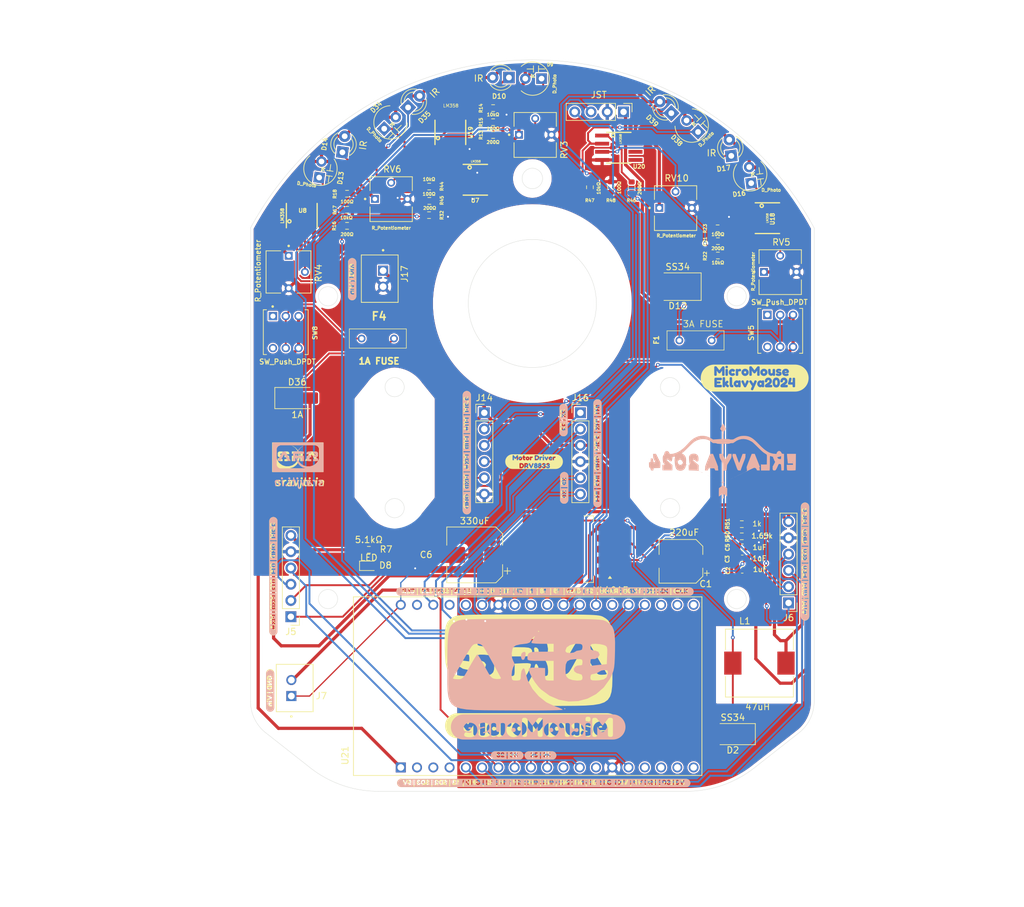
<source format=kicad_pcb>
(kicad_pcb (version 20240108) (generator "pcbnew") (generator_version "8.0")
  (layers (0 "F.Cu" signal) (31 "B.Cu" signal) (34 "B.Paste" user) (35 "F.Paste" user) (36 "B.SilkS" user "B.Silkscreen") (37 "F.SilkS" user "F.Silkscreen") (38 "B.Mask" user) (39 "F.Mask" user) (44 "Edge.Cuts" user))
  (net 0 "")
  (net 1 "GND")
  (net 2 "/FB")
  (net 3 "/3.3V")
  (net 4 "Net-(U1-VC)")
  (net 5 "/3.7V")
  (net 6 "Net-(D8-A)")
  (net 7 "Net-(D10-K)")
  (net 8 "/IO15")
  (net 9 "Net-(D12-K)")
  (net 10 "Net-(D14-K)")
  (net 11 "/IO16")
  (net 12 "Net-(D17-K)")
  (net 13 "/IO17")
  (net 14 "Net-(D35-K)")
  (net 15 "Net-(D36-K)")
  (net 16 "/IO18")
  (net 17 "Net-(D39-K)")
  (net 18 "/IO19")
  (net 19 "Net-(F1-Pad2)")
  (net 20 "Net-(F4-Pad2)")
  (net 21 "/IO4")
  (net 22 "/IO2")
  (net 23 "/IO13")
  (net 24 "/IO14")
  (net 25 "/3.3_M")
  (net 26 "/M2A")
  (net 27 "/M2B")
  (net 28 "/M1B")
  (net 29 "/IN1")
  (net 30 "/IN3")
  (net 31 "/IN4")
  (net 32 "/IN2")
  (net 33 "/VN")
  (net 34 "/5V_P")
  (net 35 "/SD3")
  (net 36 "/IO35")
  (net 37 "/SD2")
  (net 38 "/IO34")
  (net 39 "/VP")
  (net 40 "/11")
  (net 41 "/IO27")
  (net 42 "/IO12")
  (net 43 "/IO21")
  (net 44 "/EN")
  (net 45 "/IO22")
  (net 46 "Net-(R13-Pad1)")
  (net 47 "Net-(D9-K)")
  (net 48 "Net-(R16-Pad1)")
  (net 49 "Net-(D13-K)")
  (net 50 "Net-(R21-Pad1)")
  (net 51 "Net-(D16-K)")
  (net 52 "Net-(R32-Pad1)")
  (net 53 "Net-(D34-K)")
  (net 54 "Net-(R46-Pad1)")
  (net 55 "Net-(D38-K)")
  (net 56 "Net-(RV3-Pad2)")
  (net 57 "Net-(RV4-Pad2)")
  (net 58 "Net-(RV5-Pad2)")
  (net 59 "Net-(RV6-Pad2)")
  (net 60 "Net-(RV10-Pad2)")
  (net 61 "/TXD0")
  (net 62 "/SD0")
  (net 67 "Net-(D2-K)")
  (net 68 "/IO23")
  (net 69 "/CLK")
  (net 70 "/IO5")
  (net 71 "/RXD0")
  (net 72 "/IO0")
  (net 73 "/SD1")
  (net 74 "/M1A")
  (net 75 "/3.3_ESP")
  (footprint "kibuzzard-66C4A04A" (layer "F.Cu") (at 99.2 127.3 -90)
    (property "Reference" "kibuzzard-66C4A04A" (hide yes))
    (property "Value" "G***" (hide yes))
  )
  (footprint "Resistor_SMD:R_0603_1608Metric" (layer "F.Cu") (at 152.4 48.7 90)
    (property "Reference" "R48")
    (property "Value" "100Ω")
  )
  (footprint "Diode_SMD:D_SMB" (layer "F.Cu") (at 162.83 64.27 180)
    (property "Reference" "D12")
    (property "Value" "SS34")
  )
  (footprint "Capacitor_SMD:CP_Elec_8x10.5" (layer "F.Cu") (at 131.13 106.17 180)
    (property "Reference" "C6")
    (property "Value" "330uF")
  )
  (footprint "Connector_PinHeader_2.54mm:PinHeader_1x06_P2.54mm_Vertical" (layer "F.Cu") (at 102.43 115.83 180)
    (property "Reference" "J5")
    (property "Value" "Conn_01x06_Male" (hide yes))
  )
  (footprint "1-1571563-4:LED2-2.54-D5.0MM" (layer "F.Cu") (at 107.03 45.97 82)
    (property "Reference" "D13")
    (property "Value" "D_Photo")
  )
  (footprint "LED_SMD:LED_0603_1608Metric" (layer "F.Cu") (at 114.6425 107.87)
    (property "Reference" "D8")
    (property "Value" "LED")
  )
  (footprint "Resistor_SMD:R_0603_1608Metric" (layer "F.Cu") (at 155.63 48.745 -90)
    (property "Reference" "R46")
    (property "Value" "200Ω")
  )
  (footprint "Capacitor_SMD:CP_Elec_6.3x7.7" (layer "F.Cu") (at 163.33 107.17 180)
    (property "Reference" "C1")
    (property "Value" "220uF")
  )
  (footprint "Package_TO_SOT_SMD:TO-263-5_TabPin3" (layer "F.Cu") (at 144.855 105.27 180)
    (property "Reference" "U1")
    (property "Value" "XL4015")
  )
  (footprint "LM358:SOIC8_150MIL" (layer "F.Cu") (at 176.83 53.57 -90)
    (property "Reference" "U18")
    (property "Value" "LM358")
  )
  (footprint "Connector_PinHeader_2.54mm:PinHeader_1x04_P2.54mm_Vertical" (layer "F.Cu") (at 154.37 36.97 -90)
    (property "Reference" "J1" (hide yes))
    (property "Value" "Conn_01x04_Pin" (hide yes))
  )
  (footprint "Connector_PinHeader_2.54mm:PinHeader_1x06_P2.54mm_Vertical" (layer "F.Cu") (at 180.13 113.67 180)
    (property "Reference" "J6")
    (property "Value" "Conn_01x06_Male" (hide yes))
  )
  (footprint "1-1571563-4:LED2-2.54-D5.0MM" (layer "F.Cu") (at 140.2998 31.77 180)
    (property "Reference" "D9")
    (property "Value" "D_Photo")
  )
  (footprint "kibuzzard-66C49C59" (layer "F.Cu") (at 141.4 137.5)
    (property "Reference" "kibuzzard-66C49C59" (hide yes))
    (property "Value" "G***" (hide yes))
  )
  (footprint "abc:TRIM_3362P-1-253LF123" (layer "F.Cu") (at 178.83 61.97)
    (property "Reference" "RV5")
    (property "Value" "R_Potentiometer")
  )
  (footprint "1-1571563-4:LED2-2.54-D5.0MM" (layer "F.Cu") (at 165.102116 39.202116 135)
    (property "Reference" "D38")
    (property "Value" "D_Photo")
  )
  (footprint "kibuzzard-66C49BB8" (layer "F.Cu") (at 141.9 141.8)
    (property "Reference" "kibuzzard-66C49BB8" (hide yes))
    (property "Value" "G***" (hide yes))
  )
  (footprint "kibuzzard-66C49AF5" (layer "F.Cu") (at 136.2 137.5)
    (property "Reference" "kibuzzard-66C49AF5" (hide yes))
    (property "Value" "G***" (hide yes))
  )
  (footprint "1-1571563-4:RUEF160" (layer "F.Cu") (at 163.08 72.67)
    (property "Reference" "F1")
    (property "Value" "3A FUSE")
  )
  (footprint "Resistor_SMD:R_0603_1608Metric" (layer "F.Cu") (at 134.005 38.57)
    (property "Reference" "R15")
    (property "Value" "100Ω")
  )
  (footprint "Resistor_SMD:R_0603_1608Metric" (layer "F.Cu") (at 169.1 59.4)
    (property "Reference" "R22")
    (property "Value" "10kΩ")
  )
  (footprint "kibuzzard-66C31993" (layer "F.Cu") (at 182.7 107.2 -90)
    (property "Reference" "kibuzzard-66C31993" (hide yes))
    (property "Value" "G***" (hide yes))
  )
  (footprint "1-1571563-4:RUEF160" (layer "F.Cu") (at 118.53 72.37 180)
    (property "Reference" "F4")
    (property "Value" "1A FUSE")
  )
  (footprint "LM358:SOIC8_150MIL" (layer "F.Cu") (at 104.13 53.17)
    (property "Reference" "U8")
    (property "Value" "LM358")
  )
  (footprint "abc:TRIM_3362P-1-253LF123" (layer "F.Cu") (at 140.5745 40.54)
    (property "Reference" "RV3")
    (property "Value" "R_Potentiometer" (hide yes))
  )
  (footprint "Resistor_SMD:R_0603_1608Metric" (layer "F.Cu") (at 111.205 49.75 180)
    (property "Reference" "R18")
    (property "Value" "100Ω")
  )
  (footprint "Resistor_SMD:R_0603_1608Metric" (layer "F.Cu") (at 134.005 36.37)
    (property "Reference" "R14" (hide yes))
    (property "Value" "10kΩ")
  )
  (footprint "kibuzzard-66C4A04A" (layer "F.Cu") (at 112 63.1 -90)
    (property "Reference" "kibuzzard-66C4A04A" (hide yes))
    (property "Value" "G***" (hide yes))
  )
  (footprint "LED_THT:LED_D3.0mm_IRBlack" (layer "F.Cu") (at 120.728439 36.271561 45)
    (property "Reference" "D35")
    (property "Value" "IR")
  )
  (footprint "kibuzzard-66C49C59" (layer "F.Cu") (at 145.1 95.7 -90)
    (property "Reference" "kibuzzard-66C49C59" (hide yes))
    (property "Value" "G***" (hide yes))
  )
  (footprint "LED_THT:LED_D3.0mm_IRBlack" (layer "F.Cu") (at 171.185384 43.835497 97)
    (property "Reference" "D17")
    (property "Value" "IR")
  )
  (footprint "1-1571563-4:LED2-2.54-D5.0MM" (layer "F.Cu") (at 117.9 38.7 45)
    (property "Reference" "D34")
    (property "Value" "D_Photo")
  )
  (footprint "kibuzzard-66C31908" (layer "F.Cu") (at 99.7 109.5 -90)
    (property "Reference" "kibuzzard-66C31908" (hide yes))
    (property "Value" "G***" (hide yes))
  )
  (footprint "LED_THT:LED_D3.0mm_IRBlack" (layer "F.Cu") (at 161.826051 37.166051 135)
    (property "Reference" "D39")
    (property "Value" "IR")
  )
  (footprint "LED_THT:LED_D3.0mm_IRBlack" (layer "F.Cu") (at 110.4765 43.285282 82)
    (property "Reference" "D14")
    (property "Value" "IR")
  )
  (footprint "1-1571563-4:SW_TL2230OAF140" (layer "F.Cu") (at 101.63 71.37)
    (property "Reference" "SW8")
    (property "Value" "SW_Push_DPDT")
  )
  (footprint "Resistor_SMD:R_0603_1608Metric" (layer "F.Cu") (at 111.205 54.77 180)
    (property "Reference" "R16")
    (property "Value" "200Ω")
  )
  (footprint "LM358:SOIC8_150MIL" (layer "F.Cu") (at 153.63 42.57 -90)
    (property "Reference" "U20")
    (property "Value" "LM358")
  )
  (footprint "Diode_SMD:D_SMA" (layer "F.Cu") (at 171.43 134.17 180)
    (property "Reference" "D2")
    (property "Value" "SS34")
  )
  (footprint "kibuzzard-66C30793" (layer "F.Cu") (at 150.3 90.3 -90)
    (property "Reference" "kibuzzard-66C30793" (hide yes))
    (property "Value" "G***" (hide yes))
  )
  (footprint "Capacitor_SMD:C_0603_1608Metric" (layer "F.Cu") (at 172.9 106.7)
    (property "Reference" "C3")
    (property "Value" "1uF")
  )
  (footprint "Resistor_SMD:R_0603_1608Metric" (layer "F.Cu") (at 114.605 105.37)
    (property "Reference" "R7")
    (property "Value" "5.1kΩ")
  )
  (footprint "kibuzzard-66C486A2" (layer "F.Cu") (at 140.136566 132.852575)
    (property "Reference" "kibuzzard-66C486A2" (hide yes))
    (property "Value" "G***" (hide yes))
  )
  (footprint "Resistor_SMD:R_0603_1608Metric" (layer "F.Cu") (at 169.105 57.16)
    (property "Reference" "R21")
    (property "Value" "200Ω")
  )
  (footprint "Logos:SRA Footprint" (layer "F.Cu") (at 139.51292 122.433731)
    (property "Reference" "G***" (hide yes))
    (property "Value" "LOGO" (hide yes))
  )
  (footprint "1-1571563-4:JST_B2B-XH-A_LF__SN_" (layer "F.Cu") (at 116.305 63.02 90)
    (property "Reference" "J17")
    (property "Value" "JST1" (hide yes))
  )
  (footprint "kibuzzard-66C31993" (layer "F.Cu") (at 182.7 107.2 -90)
    (property "Reference" "kibuzzard-66C31993" (hide yes))
    (property "Value" "G***" (hide yes))
  )
  (footprint "1-1571563-4:SW_TL2230OAF140" (layer "F.Cu") (at 178.83 71.17)
    (property "Reference" "SW5")
    (property "Value" "SW_Push_DPDT")
  )
  (footprint "kibuzzard-66C49AF5" (layer "F.Cu") (at 145 85.1 -90)
    (property "Reference" "kibuzzard-66C49AF5" (hide yes))
    (property "Value" "G***" (hide yes))
  )
  (footprint "Resistor_SMD:R_0603_1608Metric" (layer "F.Cu") (at 169.055 55.16)
    (property "Reference" "R23")
    (property "Value" "100Ω")
  )
  (footprint "kibuzzard-66C49C11" (layer "F.Cu") (at 142.1 111.9)
    (property "Reference" "kibuzzard-66C49C11" (hide yes))
    (property "Value" "G***" (hide yes))
  )
  (footprint "abc:TRIM_3362P-1-253LF123" (layer "F.Cu") (at 118.09 50.57)
    (property "Reference" "RV6")
    (property "Value" "R_Potentiometer")
  )
  (footprint "Resistor_SMD:R_0603_1608Metric" (layer "F.Cu") (at 111.205 52.26 180)
    (property "Reference" "R17")
    (property "Value" "10kΩ")
  )
  (footprint "kibuzzard-66C308A6" (layer "F.Cu") (at 129.9 90.2 -90)
    (property "Reference" "kibuzzard-66C308A6" (hide yes))
    (property "Value" "G***" (hide yes))
  )
  (footprint "kibuzzard-66C28409" (layer "F.Cu") (at 174.84 78.55)
    (property "Reference" "kibuzzard-66C28409" (hide yes))
    (property "Value" "G***" (hide yes))
  )
  (footprint "LM358:SOIC8_150MIL" (layer "F.Cu") (at 127.33 40.17)
    (property "Reference" "U19")
    (property "Value" "LM358")
  )
  (footprint "Connector_PinHeader_2.54mm:PinHeader_1x06_P2.54mm_Vertical" (layer "F.Cu") (at 132.63 83.97)
    (property "Reference" "J14")
    (property "Value" "Conn_01x06_Pin" (hide yes))
  )
  (footprint "abc:TRIM_3362P-1-253LF123" (layer "F.Cu") (at 102.09 61.97 -90)
    (property "Reference" "RV4")
    (property "Value" "R_Potentiometer")
  )
  (footprint "1-1571563-4:LED2-2.54-D5.0MM" (layer "F.Cu") (at 174.145251 46.839665 97)
    (property "Reference" "D16")
    (property "Value" "D_Photo")
  )
  (footprint "Connector_PinHeader_2.54mm:PinHeader_1x06_P2.54mm_Vertical" (layer "F.Cu") (at 147.63 83.97)
    (property "Reference" "J16")
    (property "Value" "Conn_01x06_Pin" (hide yes))
  )
  (footprint "abc:TRIM_3362P-1-253LF123" (layer "F.Cu") (at 162.49 51.97)
    (property "Reference" "RV10")
    (property "Value" "R_Potentiometer")
  )
  (footprint "Resistor_SMD:R_0603_1608Metric" (layer "F.Cu") (at 172.83 103.27 180)
    (property "Reference" "R50")
    (property "Value" "1.65k")
  )
  (footprint "Resistor_SMD:R_0603_1608Metric" (layer "F.Cu") (at 124.05 50.87)
    (property "Reference" "R45")
    (property "Value" "100Ω")
  )
  (footprint "logos:sra_logo_small_neg" (layer "F.Cu") (at 103.49 90.91)
    (property "Reference" "G***" (hide yes))
    (property "Value" "LOGO" (hide yes))
  )
  (footprint "Resistor_SMD:R_0603_1608Metric" (layer "F.Cu") (at 124 53.1 180)
    (property "Reference" "R32")
    (property "Value" "200Ω")
  )
  (footprint "LM358:SOIC8_150MIL" (layer "F.Cu") (at 131.23 47.57 -90)
    (property "Reference" "U7")
    (property "Value" "LM358")
  )
  (footprint "1-1571563-4:JST_B2B-XH-A_LF__SN_" (layer "F.Cu") (at 103.03 126.97 -90)
    (property "Reference" "J7")
    (property "Value" "JST2" (hide yes))
  )
  (footprint "Resistor_SMD:R_0603_1608Metric" (layer "F.Cu") (at 124.025 48.63)
    (property "Reference" "R44")
    (property "Value" "10kΩ")
  )
  (footprint "Resistor_SMD:R_0603_1608Metric" (layer "F.Cu") (at 134.005 40.57)
    (property "Reference" "R13")
    (property "Value" "200Ω")
  )
  (footprint "Capacitor_SMD:C_0603_1608Metric" (layer "F.Cu") (at 172.925 104.97)
    (property "Reference" "C5")
    (property "Value" "1uF")
  )
  (footprint "Inductor_SMD:L_10.4x10.4_H4.8" (layer "F.Cu") (at 175.58 123.07)
    (property "Reference" "L1")
    (property "Value" "47uH")
  )
  (footprint "LED_THT:LED_D3.0mm_IRBlack" (layer "F.Cu") (at 136.475 31.6 180)
    (property "Reference" "D10")
    (property "Value" "IR")
  )
  (footprint "1-1571563-4:MODULE_ESP32-DEVKITC-32D" (layer "F.Cu") (at 139.35 126.67 90)
    (property "Reference" "U21")
    (property "Value" "ESP32-DEVKITC-32D" (hide yes))
  )
  (footprint "Diode_SMD:D_SMA" (layer "F.Cu") (at 103.43 81.67)
    (property "Reference" "D36")
    (property "Value" "1A")
  )
  (footprint "kibuzzard-66C2808F" (layer "F.Cu") (at 140.4 91.6)
    (property "Reference" "kibuzzard-66C2808F" (hide yes))
    (property "Value" "G***" (hide yes))
  )
  (footprint "Resistor_SMD:R_0603_1608Metric" (layer "F.Cu") (at 172.83 101.37)
    (property "Reference" "R51")
    (property "Value" "1k")
  )
  (footprint "Capacitor_SMD:C_0603_1608Metric" (layer "F.Cu") (at 172.9 108.5)
    (property "Reference" "C2")
    (property "Value" "1uF")
  )
  (footprint "Resistor_SMD:R_0603_1608Metric" (layer "F.Cu") (at 149.12 48.745 90)
    (property "Reference" "R47")
    (property "Value" "10kΩ")
  )
  (footprint "kibuzzard-66C486A2" (layer "B.Cu") (at 141.04 133.05 180)
    (property "Reference" "kibuzzard-66C486A2" (hide yes))
    (property "Value" "G***" (hide yes))
  )
  (footprint "kibuzzard-66C30793" (layer "B.Cu") (at 150.3 90.3 -90)
    (property "Reference" "kibuzzard-66C30793" (hide yes))
    (property "Value" "G***" (hide yes))
  )
  (footprint "Logos:SRA Footprint" (layer "B.Cu") (at 139.971504 123.131268 180)
    (property "Reference" "G***" (hide yes))
    (property "Value" "LOGO" (hide yes))
  )
  (footprint "kibuzzard-66C31993" (layer "B.Cu") (at 182.7 107.2 -90)
    (property "Reference" "kibuzzard-66C31993" (hide yes))
    (property "Value" "G***" (hide yes))
  )
  (footprint "kibuzzard-66C49C11" (layer "B.Cu") (at 142.1 111.9 180)
    (property "Reference" "kibuzzard-66C49C11" (hide yes))
    (property "Value" "G***" (hide yes))
  )
  (footprint "logos:sra_logo_small_neg" (layer "B.Cu") (at 103.56 90.92 180)
    (property "Reference" "G***" (hide yes))
    (property "Value" "LOGO" (hide yes))
  )
  (footprint "kibuzzard-66C49AF5" (layer "B.Cu") (at 136.2 137.5 180)
    (property "Reference" "kibuzzard-66C49AF5" (hide yes))
    (property "Value" "G***" (hide yes))
  )
  (footprint "kibuzzard-66C30870" (layer "B.Cu") (at 129.9 90.2 -90)
    (property "Reference" "kibuzzard-66C30870" (hide yes))
    (property "Value" "G***" (hide yes))
  )
  (footprint "kibuzzard-66C49AF5" (layer "B.Cu") (at 145 85.1 -90)
    (property "Reference" "kibuzzard-66C49AF5" (hide yes))
    (property "Value" "G***" (hide yes))
  )
  (footprint "kibuzzard-66C49BB8" (layer "B.Cu") (at 141.9 141.8 180)
    (property "Reference" "kibuzzard-66C49BB8" (hide yes))
    (property "Value" "G***" (hide yes))
  )
  (footprint "kibuzzard-66C49C59" (layer "B.Cu") (at 145.1 95.7 -90)
    (property "Reference" "kibuzzard-66C49C59" (hide yes))
    (property "Value" "G***" (hide yes))
  )
  (footprint "1-1571563-4:ek4_logo" (layer "B.Cu") (at 169.77 91.56 180)
    (property "Reference" "G***" (hide yes))
    (property "Value" "LOGO" (hide yes))
  )
  (footprint "kibuzzard-66C49C59" (layer "B.Cu") (at 141.4 137.5 180)
    (property "Reference" "kibuzzard-66C49C59" (hide yes))
    (property "Value" "G***" (hide yes))
  )
  (footprint "kibuzzard-66C4A074" (layer "B.Cu") (at 112 63.1 -90)
    (property "Reference" "kibuzzard-66C4A074" (hide yes))
    (property "Value" "G***" (hide yes))
  )
  (footprint "kibuzzard-66C31908" (layer "B.Cu") (at 99.7 109.5 -90)
    (property "Reference" "kibuzzard-66C31908" (hide yes))
    (property "Value" "G***" (hide yes))
  )
  (footprint "kibuzzard-66C4A074" (layer "B.Cu") (at 99.2 127.4 -90)
    (property "Reference" "kibuzzard-66C4A074" (hide yes))
    (property "Value" "G***" (hide yes))
  )
  (gr_arc (start 184.13 129.0525) (mid 183.552598 131.678023) (end 181.926941 133.819052) (stroke (width 0.05)) (layer "Edge.Cuts"))
  (gr_line (start 96.13 129.0525) (end 96.13 55.0945) (stroke (width 0.05)) (layer "Edge.Cuts"))
  (gr_line (start 105.280443 139.283438) (end 98.333059 133.819052) (stroke (width 0.05)) (layer "Edge.Cuts"))
  (gr_circle (center 118.63 98.86405) (end 120.13 98.86405) (stroke (width 0.05)) (fill none) (layer "Edge.Cuts"))
  (gr_arc (start 116.0805 143.0955) (mid 110.35396 142.114518) (end 105.280443 139.283438) (stroke (width 0.05)) (layer "Edge.Cuts"))
  (gr_line (start 184.13 129.0525) (end 184.13 55.0945) (stroke (width 0.05)) (layer "Edge.Cuts"))
  (gr_circle (center 108.23 113.06405) (end 109.73 113.06405) (stroke (width 0.05)) (fill none) (layer "Edge.Cuts"))
  (gr_arc (start 140.13 28.843876) (mid 165.747841 35.90514) (end 184.129999 55.0945) (stroke (width 0.05)) (layer "Edge.Cuts"))
  (gr_circle (center 140.13 66.9015) (end 150.13 66.9015) (stroke (width 0.05)) (fill none) (layer "Edge.Cuts"))
  (gr_circle (center 172.03 113.06405) (end 173.53 113.06405) (stroke (width 0.05)) (fill none) (layer "Edge.Cuts"))
  (gr_arc (start 174.979557 139.283438) (mid 169.90604 142.114518) (end 164.1795 143.0955) (stroke (width 0.05)) (layer "Edge.Cuts"))
  (gr_arc (start 98.333059 133.819052) (mid 96.707402 131.678023) (end 96.13 129.0525) (stroke (width 0.05)) (layer "Edge.Cuts"))
  (gr_circle (center 172.03 65.76405) (end 173.53 65.76405) (stroke (width 0.05)) (fill none) (layer "Edge.Cuts"))
  (gr_circle (center 140.13 47.3695) (end 141.73 47.3695) (stroke (width 0.05)) (fill none) (layer "Edge.Cuts"))
  (gr_line (start 174.979557 139.283438) (end 181.926941 133.819052) (stroke (width 0.05)) (layer "Edge.Cuts"))
  (gr_circle (center 108.23 65.76405) (end 109.73 65.76405) (stroke (width 0.05)) (fill none) (layer "Edge.Cuts"))
  (gr_circle (center 161.63 79.96405) (end 163.13 79.96405) (stroke (width 0.05)) (fill none) (layer "Edge.Cuts"))
  (gr_circle (center 118.63 79.96405) (end 120.13 79.96405) (stroke (width 0.05)) (fill none) (layer "Edge.Cuts"))
  (gr_arc (start 96.130001 55.0945) (mid 114.512159 35.90514) (end 140.13 28.843876) (stroke (width 0.05)) (layer "Edge.Cuts"))
  (gr_circle (center 161.63 98.86405) (end 163.13 98.86405) (stroke (width 0.05)) (fill none) (layer "Edge.Cuts"))
  (gr_line (start 116.0805 143.0955) (end 164.1795 143.0955) (stroke (width 0.05)) (layer "Edge.Cuts"))
  (gr_text "sravjti.in" (at 107.71 95.51 0) (layer "B.SilkS") (effects (font (size 1.2 1.2) (thickness 0.2) (bold yes) (italic yes)) (justify left bottom mirror)))
  (gr_text "sravjti.in" (at 99.84 95.51 -0) (layer "F.SilkS") (effects (font (size 1.2 1.2) (thickness 0.2) (bold yes) (italic yes)) (justify left bottom)))
  (segment (start 174.73 104.97) (end 175.5 104.2) (width 0.2) (layer "F.Cu") (net 1))
  (segment (start 102.504999 128.22) (end 105.34 128.22) (width 0.2) (layer "F.Cu") (net 1))
  (segment (start 119.27 50.57) (end 119.1 50.4) (width 0.2) (layer "F.Cu") (net 1))
  (segment (start 173.7 104.97) (end 174.73 104.97) (width 0.2) (layer "F.Cu") (net 1))
  (segment (start 105.34 128.22) (end 119.59 113.97) (width 0.2) (layer "F.Cu") (net 1))
  (segment (start 120.63 50.57) (end 119.27 50.57) (width 0.2) (layer "F.Cu") (net 1))
  (via (at 121.84 108.27) (size 0.6) (drill 0.3) (layers "F.Cu" "B.Cu") (net 1))
  (via (at 170.83 53.37) (size 0.6) (drill 0.3) (layers "F.Cu" "B.Cu") (net 1))
  (via (at 130.33 42.77) (size 0.6) (drill 0.3) (layers "F.Cu" "B.Cu") (net 1))
  (via (at 175.5 104.2) (size 0.6) (drill 0.3) (layers "F.Cu" "B.Cu") (net 1))
  (via (at 175.5 102.4) (size 0.6) (drill 0.3) (layers "F.Cu" "B.Cu") (net 1))
  (via (at 131.53 46.47) (size 0.6) (drill 0.3) (layers "F.Cu" "B.Cu") (net 1))
  (via (at 119.1 50.4) (size 0.6) (drill 0.3) (layers "F.Cu" "B.Cu") (net 1))
  (via (at 126.96 53.35) (size 0.6) (drill 0.3) (layers "F.Cu" "B.Cu") (net 1))
  (via (at 130.83 50.57) (size 0.6) (drill 0.3) (layers "F.Cu" "B.Cu") (net 1))
  (via (at 136.1 37.4) (size 0.6) (drill 0.3) (layers "F.Cu" "B.Cu") (net 1))
  (via (at 175.63 106.47) (size 0.6) (drill 0.3) (layers "F.Cu" "B.Cu") (net 1))
  (segment (start 121.81 48.2) (end 126.96 53.35) (width 0.2) (layer "B.Cu") (net 1))
  (segment (start 120.55 48.2) (end 121.81 48.2) (width 0.2) (layer "B.Cu") (net 1))
  (segment (start 119.59 110.52) (end 119.59 113.97) (width 0.2) (layer "B.Cu") (net 1))
  (segment (start 119.8 48.2) (end 119.1 48.9) (width 0.2) (layer "B.Cu") (net 1))
  (segment (start 119.1 48.9) (end 119.1 50.4) (width 0.2) (layer "B.Cu") (net 1))
  (segment (start 120.55 48.2) (end 119.8 48.2) (width 0.2) (layer "B.Cu") (net 1))
  (segment (start 121.84 108.27) (end 119.59 110.52) (width 0.2) (layer "B.Cu") (net 1))
  (segment (start 175.5 104.2) (end 175.5 102.4) (width 0.2) (layer "B.Cu") (net 1))
  (segment (start 162.000508 103.03) (end 171.765 103.03) (width 0.3) (layer "F.Cu") (net 2))
  (segment (start 156.995 106.905) (end 156.93 106.97) (width 0.3) (layer "F.Cu") (net 2))
  (segment (start 171.765 103.03) (end 172.005 103.27) (width 0.3) (layer "F.Cu") (net 2))
  (segment (start 156.93 106.97) (end 152.505 106.97) (width 0.3) (layer "F.Cu") (net 2))
  (segment (start 161.94 103.090508) (end 162.000508 103.03) (width 0.3) (layer "F.Cu") (net 2))
  (segment (start 172.005 101.37) (end 172.005 103.27) (width 0.3) (layer "F.Cu") (net 2))
  (via (at 156.995 106.905) (size 0.6) (drill 0.3) (layers "F.Cu" "B.Cu") (net 2))
  (via (at 161.94 103.090508) (size 0.6) (drill 0.3) (layers "F.Cu" "B.Cu") (net 2))
  (segment (start 161.910508 103.12) (end 161.94 103.090508) (width 0.3) (layer "B.Cu") (net 2))
  (segment (start 160.78 103.12) (end 161.910508 103.12) (width 0.3) (layer "B.Cu") (net 2))
  (segment (start 156.995 106.905) (end 160.78 103.12) (width 0.3) (layer "B.Cu") (net 2))
  (segment (start 159.62 104.05) (end 171.23 104.05) (width 0.5) (layer "F.Cu") (net 3))
  (segment (start 117.77 109.43) (end 132.2 109.43) (width 0.5) (layer "F.Cu") (net 3))
  (segment (start 132.2 109.43) (end 134.83 106.8) (width 0.5) (layer "F.Cu") (net 3))
  (segment (start 179.73 119.57) (end 182.23 117.07) (width 0.5) (layer "F.Cu") (net 3))
  (segment (start 177.93 118.63) (end 178.87 119.57) (width 0.5) (layer "F.Cu") (net 3))
  (segment (start 105.43 87.37) (end 99.73 93.07) (width 0.5) (layer "F.Cu") (net 3))
  (segment (start 177.93 104.57) (end 177.93 118.63) (width 0.5) (layer "F.Cu") (net 3))
  (segment (start 163.04 61.91) (end 160.68 64.27) (width 0.5) (layer "F.Cu") (net 3))
  (segment (start 173.655 103.27) (end 176.63 103.27) (width 0.5) (layer "F.Cu") (net 3))
  (segment (start 173.655 103.27) (end 173.655 103.345) (width 0.5) (layer "F.Cu") (net 3))
  (segment (start 173.655 103.345) (end 172.15 104.85) (width 0.5) (layer "F.Cu") (net 3))
  (segment (start 175.726 64.866) (end 172.77 61.91) (width 0.5) (layer "F.Cu") (net 3))
  (segment (start 182.23 68.12) (end 178.976 64.866) (width 0.5) (layer "F.Cu") (net 3))
  (segment (start 182.23 117.07) (end 182.23 68.12) (width 0.5) (layer "F.Cu") (net 3))
  (segment (start 178.976 64.866) (end 175.726 64.866) (width 0.5) (layer "F.Cu") (net 3))
  (segment (start 99.73 93.07) (end 99.73 119.17) (width 0.5) (layer "F.Cu") (net 3))
  (segment (start 173.43 103.27) (end 173.655 103.27) (width 0.5) (layer "F.Cu") (net 3))
  (segment (start 134.83 106.17) (end 134.83 103.198122) (width 0.5) (layer "F.Cu") (net 3))
  (segment (start 172.15 104.85) (end 172.15 104.97) (width 0.5) (layer "F.Cu") (net 3))
  (segment (start 172.77 61.91) (end 163.04 61.91) (width 0.5) (layer "F.Cu") (net 3))
  (segment (start 105.43 81.67) (end 105.43 87.37) (width 0.5) (layer "F.Cu") (net 3))
  (segment (start 176.63 103.27) (end 177.93 104.57) (width 0.5) (layer "F.Cu") (net 3))
  (segment (start 99.73 119.17) (end 100.93 120.37) (width 0.5) (layer "F.Cu") (net 3))
  (segment (start 138.608122 99.42) (end 154.99 99.42) (width 0.5) (layer "F.Cu") (net 3))
  (segment (start 100.93 120.37) (end 106.83 120.37) (width 0.5) (layer "F.Cu") (net 3))
  (segment (start 106.83 120.37) (end 117.77 109.43) (width 0.5) (layer "F.Cu") (net 3))
  (segment (start 134.83 106.8) (end 134.83 106.17) (width 0.5) (layer "F.Cu") (net 3))
  (segment (start 134.83 103.198122) (end 138.608122 99.42) (width 0.5) (layer "F.Cu") (net 3))
  (segment (start 171.23 104.05) (end 172.15 104.97) (width 0.5) (layer "F.Cu") (net 3))
  (segment (start 179.73 123.07) (end 179.73 119.57) (width 0.5) (layer "F.Cu") (net 3))
  (segment (start 178.87 119.57) (end 179.73 119.57) (width 0.5) (layer "F.Cu") (net 3))
  (segment (start 154.99 99.42) (end 159.62 104.05) (width 0.5) (layer "F.Cu") (net 3))
  (segment (start 172.93 107.445) (end 173.705 106.67) (width 0.3) (layer "F.Cu") (net 4))
  (segment (start 154.8 103.57) (end 158.07 106.84) (width 0.3) (layer "F.Cu") (net 4))
  (segment (start 152.505 103.57) (end 154.8 103.57) (width 0.3) (layer "F.Cu") (net 4))
  (segment (start 158.07 106.84) (end 158.07 108.25) (width 0.3) (layer "F.Cu") (net 4))
  (segment (start 159.44 109.62) (end 169.18 109.62) (width 0.3) (layer "F.Cu") (net 4))
  (segment (start 158.07 108.25) (end 159.44 109.62) (width 0.3) (layer "F.Cu") (net 4))
  (segment (start 172.93 107.57) (end 172.93 107.445) (width 0.3) (layer "F.Cu") (net 4))
  (segment (start 169.18 109.62) (end 170.135 108.665) (width 0.3) (layer "F.Cu") (net 4))
  (segment (start 169.93 108.87) (end 170.135 108.665) (width 0.3) (layer "F.Cu") (net 4))
  (via (at 170.135 108.665) (size 0.6) (drill 0.3) (layers "F.Cu" "B.Cu") (net 4))
  (via (at 172.93 107.57) (size 0.6) (drill 0.3) (layers "F.Cu" "B.Cu") (net 4))
  (segment (start 170.135 108.665) (end 171.835 108.665) (width 0.3) (layer "B.Cu") (net 4))
  (segment (start 171.835 108.665) (end 172.93 107.57) (width 0.3) (layer "B.Cu") (net 4))
  (segment (start 116.73 111.67) (end 148.19 111.67) (width 0.5) (layer "F.Cu") (net 5))
  (segment (start 110.83 40.77) (end 113.797884 37.802116) (width 0.5) (layer "F.Cu") (net 5))
  (segment (start 175.02 122.41) (end 175.02 112.09) (width 0.5) (layer "F.Cu") (net 5))
  (segment (start 172.155 109.225) (end 172.155 108.47) (width 0.5) (layer "F.Cu") (net 5))
  (segment (start 99.73 57.07) (end 99.73 51.47) (width 0.5) (layer "F.Cu") (net 5))
  (segment (start 149.93 32.47) (end 155.13 32.47) (width 0.5) (layer "F.Cu") (net 5))
  (segment (start 133.935 31.6) (end 127.1 31.6) (width 0.5) (layer "F.Cu") (net 5))
  (segment (start 115.55 50.57) (end 109.692558 44.712558) (width 0.5) (layer "F.Cu") (net 5))
  (segment (start 99.73 51.47) (end 100.63 50.57) (width 0.5) (layer "F.Cu") (net 5))
  (segment (start 180.64 126.21) (end 178.82 126.21) (width 0.5) (layer "F.Cu") (net 5))
  (segment (start 159.95 51.97) (end 159.95 42.785) (width 0.5) (layer "F.Cu") (net 5))
  (segment (start 164.204232 38.304232) (end 167.865639 38.304232) (width 0.5) (layer "F.Cu") (net 5))
  (segment (start 124.23 32.77) (end 122.52449 34.47551) (width 0.5) (layer "F.Cu") (net 5))
  (segment (start 107.206722 43.120486) (end 107.206722 44.712558) (width 0.5) (layer "F.Cu") (net 5))
  (segment (start 170.875835 41.314428) (end 171.087295 41.314428) (width 0.5) (layer "F.Cu") (net 5))
  (segment (start 118.797884 35.502116) (end 118.797884 37.802116) (width 0.5) (layer "F.Cu") (net 5))
  (segment (start 147.73 30.27) (end 149.93 32.47) (width 0.5) (layer "F.Cu") (net 5))
  (segment (start 149.07 103.13) (end 150.33 101.87) (width 0.5) (layer "F.Cu") (net 5))
  (segment (start 181.63 58.130481) (end 181.63 52.835) (width 0.5) (layer "F.Cu") (net 5))
  (segment (start 107.206722 44.712558) (end 106.039289 44.712558) (width 0.5) (layer "F.Cu") (net 5))
  (segment (start 125.93 32.77) (end 124.23 32.77) (width 0.5) (layer "F.Cu") (net 5))
  (segment (start 149.07 110.79) (end 149.07 103.13) (width 0.5) (layer "F.Cu") (net 5))
  (segment (start 138.560242 30.132809) (end 139.03 30.602567) (width 0.5) (layer "F.Cu") (net 5))
  (segment (start 110.83 40.77) (end 109.557208 40.77) (width 0.5) (layer "F.Cu") (net 5))
  (segment (start 156.13 101.87) (end 152.505 101.87) (width 0.5) (layer "F.Cu") (net 5))
  (segment (start 158.03 35.37) (end 160.03 35.37) (width 0.5) (layer "F.Cu") (net 5))
  (segment (start 139.03 31.77) (end 139.03 31.7586) (width 0.5) (layer "F.Cu") (net 5))
  (segment (start 139.03 30.602567) (end 139.03 31.77) (width 0.5) (layer "F.Cu") (net 5))
  (segment (start 139.03 31.7586) (end 140.5186 30.27) (width 0.5) (layer "F.Cu") (net 5))
  (segment (start 138.0345 33.2655) (end 138.0345 40.54) (width 0.5) (layer "F.Cu") (net 5))
  (segment (start 156.23 40.665) (end 156.23 39.17) (width 0.5) (layer "F.Cu") (net 5))
  (segment (start 102.225 48.526847) (end 102.225 50.57) (width 0.5) (layer "F.Cu") (net 5))
  (segment (start 160.03 35.37) (end 162.397433 35.37) (width 0.5) (layer "F.Cu") (net 5))
  (segment (start 159.63 105.37) (end 156.13 101.87) (width 0.5) (layer "F.Cu") (net 5))
  (segment (start 122.52449 34.47551) (end 119.82449 34.47551) (width 0.5) (layer "F.Cu") (net 5))
  (segment (start 175.02 112.09) (end 172.155 109.225) (width 0.5) (layer "F.Cu") (net 5))
  (segment (start 166.03 107.17) (end 166.53 106.67) (width 0.5) (layer "F.Cu") (net 5))
  (segment (start 106.039289 44.712558) (end 102.225 48.526847) (width 0.5) (layer "F.Cu") (net 5))
  (segment (start 166.53 106.67) (end 172.155 106.67) (width 0.5) (layer "F.Cu") (net 5))
  (segment (start 148.19 111.67) (end 149.07 110.79) (width 0.5) (layer "F.Cu") (net 5))
  (segment (start 181.63 52.835) (end 180.46 51.665) (width 0.5) (layer "F.Cu") (net 5))
  (segment (start 163.932116 38.032116) (end 164.204232 38.304232) (width 0.5) (layer "F.Cu") (net 5))
  (segment (start 119.127884 37.472116) (end 119.005647 37.349879) (width 0.5) (layer "F.Cu") (net 5))
  (segment (start 162.397433 35.37) (end 163.932116 36.904683) (width 0.5) (layer "F.Cu") (net 5))
  (segment (start 102.09 59.43) (end 99.73 57.07) (width 0.5) (layer "F.Cu") (net 5))
  (segment (start 176.29 61.97) (end 177.401 61.97) (width 0.5) (layer "F.Cu") (net 5))
  (segment (start 159.95 42.785) (end 157.83 40.665) (width 0.5) (layer "F.Cu") (net 5))
  (segment (start 102.504999 125.72) (end 102.68 125.72) (width 0.5) (layer "F.Cu") (net 5))
  (segment (start 174.83933 45.57933) (end 179.43 50.17) (width 0.5) (layer "F.Cu") (net 5))
  (segment (start 166.03 107.17) (end 164.23 105.37) (width 0.5) (layer "F.Cu") (net 5))
  (segment (start 133.83 44.7445) (end 138.0345 40.54) (width 0.5) (layer "F.Cu") (net 5))
  (segment (start 100.63 50.57) (end 102.225 50.57) (width 0.5) (layer "F.Cu") (net 5))
  (segment (start 173.990502 44.217635) (end 173.990502 45.57933) (width 0.5) (layer "F.Cu") (net 5))
  (segment (start 179.43 50.17) (end 179.43 51.665) (width 0.5) (layer "F.Cu") (net 5))
  (segment (start 164.23 105.37) (end 159.63 105.37) (width 0.5) (layer "F.Cu") (net 5))
  (segment (start 127.1 31.6) (end 125.93 32.77) (width 0.5) (layer "F.Cu") (net 5))
  (segment (start 180.46 51.665) (end 179.43 51.665) (width 0.5) (layer "F.Cu") (net 5))
  (segment (start 109.557208 40.77) (end 107.206722 43.120486) (width 0.5) (layer "F.Cu") (net 5))
  (segment (start 135.402191 30.132809) (end 138.560242 30.132809) (width 0.5) (layer "F.Cu") (net 5))
  (segment (start 102.68 125.72) (end 116.73 111.67) (width 0.5) (layer "F.Cu") (net 5))
  (segment (start 183.02 67.589) (end 183.02 123.83) (width 0.5) (layer "F.Cu") (net 5))
  (segment (start 177.401 61.97) (end 183.02 67.589) (width 0.5) (layer "F.Cu") (net 5))
  (segment (start 167.865639 38.304232) (end 170.875835 41.314428) (width 0.5) (layer "F.Cu") (net 5))
  (segment (start 177.790481 61.97) (end 181.63 58.130481) (width 0.5) (layer "F.Cu") (net 5))
  (segment (start 139.03 32.27) (end 138.0345 33.2655) (width 0.5) (layer "F.Cu") (net 5))
  (segment (start 173.990502 45.57933) (end 174.83933 45.57933) (width 0.5) (layer "F.Cu") (net 5))
  (segment (start 133.83 45.665) (end 133.83 44.7445) (width 0.5) (layer "F.Cu") (net 5))
  (segment (start 109.692558 44.712558) (end 107.206722 44.712558) (width 0.5) (layer "F.Cu") (net 5))
  (segment (start 119.82449 34.47551) (end 118.797884 35.502116) (width 0.5) (layer "F.Cu") (net 5))
  (segment (start 157.83 40.665) (end 156.23 40.665) (width 0.5) (layer "F.Cu") (net 5))
  (segment (start 122.52449 34.47551) (end 122.52449 34.66949) (width 0.5) (layer "F.Cu") (net 5))
  (segment (start 155.13 32.47) (end 158.03 35.37) (width 0.5) (layer "F.Cu") (net 5))
  (segment (start 176.29 61.97) (end 177.790481 61.97) (width 0.5) (layer "F.Cu") (net 5))
  (segment (start 171.087295 41.314428) (end 173.990502 44.217635) (width 0.5) (layer "F.Cu") (net 5))
  (segment (start 122.52449 34.66949) (end 125.425 37.57) (width 0.5) (layer "F.Cu") (net 5))
  (segment (start 163.932116 36.904683) (end 163.932116 38.032116) (width 0.5) (layer "F.Cu") (net 5))
  (segment (start 139.03 31.77) (end 139.03 32.27) (width 0.5) (layer "F.Cu") (net 5))
  (segment (start 140.5186 30.27) (end 147.73 30.27) (width 0.5) (layer "F.Cu") (net 5))
  (segment (start 178.82 126.21) (end 175.02 122.41) (width 0.5) (layer "F.Cu") (net 5))
  (segment (start 172.155 106.67) (end 172.155 108.47) (width 0.5) (layer "F.Cu") (net 5))
  (segment (start 183.02 123.83) (end 180.64 126.21) (width 0.5) (layer "F.Cu") (net 5))
  (segment (start 150.33 101.87) (end 152.505 101.87) (width 0.5) (layer "F.Cu") (net 5))
  (segment (start 156.23 39.17) (end 160.03 35.37) (width 0.5) (layer "F.Cu") (net 5))
  (segment (start 135.402191 30.132809) (end 133.935 31.6) (width 0.5) (layer "F.Cu") (net 5))
  (segment (start 113.797884 37.802116) (end 118.797884 37.802116) (width 0.5) (layer "F.Cu") (net 5))
  (segment (start 115.43 105.37) (end 115.43 107.87) (width 0.3) (layer "F.Cu") (net 6))
  (segment (start 131.83 35.97) (end 131.83 37.22) (width 0.3) (layer "F.Cu") (net 7))
  (segment (start 136.2 31.6) (end 131.83 35.97) (width 0.3) (layer "F.Cu") (net 7))
  (segment (start 131.83 37.22) (end 133.18 38.57) (width 0.3) (layer "F.Cu") (net 7))
  (segment (start 136.475 31.6) (end 136.2 31.6) (width 0.3) (layer "F.Cu") (net 7))
  (segment (start 136.7 40.3) (end 136.43 40.57) (width 0.3) (layer "F.Cu") (net 8))
  (segment (start 136.7 39.9) (end 136.7 40.3) (width 0.3) (layer "F.Cu") (net 8))
  (segment (start 136.5 39.7) (end 136.7 39.9) (width 0.3) (layer "F.Cu") (net 8))
  (segment (start 136.2 39.7) (end 136.5 39.7) (width 0.3) (layer "F.Cu") (net 8))
  (segment (start 136.43 40.57) (end 134.83 40.57) (width 0.3) (layer "F.Cu") (net 8))
  (via (at 136.2 39.7) (size 0.6) (drill 0.3) (layers "F.Cu" "B.Cu") (net 8))
  (segment (start 130.83 40.57) (end 121.63 40.57) (width 0.3) (layer "B.Cu") (net 8))
  (segment (start 120.31 119.17) (end 152.49 119.17) (width 0.3) (layer "B.Cu") (net 8))
  (segment (start 104.73 66.249) (end 104.73 103.59) (width 0.3) (layer "B.Cu") (net 8))
  (segment (start 121.63 40.57) (end 103.27 58.93) (width 0.3) (layer "B.Cu") (net 8))
  (segment (start 131.7 39.7) (end 130.83 40.57) (width 0.3) (layer "B.Cu") (net 8))
  (segment (start 104.73 103.59) (end 120.31 119.17) (width 0.3) (layer "B.Cu") (net 8))
  (segment (start 103.27 64.789) (end 104.73 66.249) (width 0.3) (layer "B.Cu") (net 8))
  (segment (start 103.27 58.93) (end 103.27 64.789) (width 0.3) (layer "B.Cu") (net 8))
  (segment (start 136.2 39.7) (end 131.7 39.7) (width 0.3) (layer "B.Cu") (net 8))
  (segment (start 152.49 119.17) (end 157.69 113.97) (width 0.3) (layer "B.Cu") (net 8))
  (segment (start 163.81 67.35) (end 163.85 67.35) (width 0.3) (layer "F.Cu") (net 9))
  (segment (start 163.85 67.35) (end 164.98 66.22) (width 0.3) (layer "F.Cu") (net 9))
  (segment (start 164.98 66.22) (end 164.98 64.27) (width 0.3) (layer "F.Cu") (net 9))
  (via (at 163.81 67.35) (size 0.6) (drill 0.3) (layers "F.Cu" "B.Cu") (net 9))
  (segment (start 163.08 68.08) (end 163.08 72.67) (width 0.3) (layer "B.Cu") (net 9))
  (segment (start 163.81 67.35) (end 163.08 68.08) (width 0.3) (layer "B.Cu") (net 9))
  (segment (start 114.9 52.6) (end 112.05 49.75) (width 0.3) (layer "F.Cu") (net 10))
  (segment (start 116.2 52.6) (end 114.9 52.6) (width 0.3) (layer "F.Cu") (net 10))
  (segment (start 116.83 51.97) (end 116.2 52.6) (width 0.3) (layer "F.Cu") (net 10))
  (segment (start 112.05 49.75) (end 112.03 49.75) (width 0.3) (layer "F.Cu") (net 10))
  (segment (start 116.83 49.977106) (end 116.83 51.97) (width 0.3) (layer "F.Cu") (net 10))
  (segment (start 110.4765 43.623606) (end 116.83 49.977106) (width 0.3) (layer "F.Cu") (net 10))
  (segment (start 110.4765 43.285282) (end 110.4765 43.623606) (width 0.3) (layer "F.Cu") (net 10))
  (segment (start 110.38 54.77) (end 110.38 57.18) (width 0.3) (layer "F.Cu") (net 11))
  (segment (start 110.38 57.18) (end 110.43 57.23) (width 0.3) (layer "F.Cu") (net 11))
  (via (at 110.43 57.23) (size 0.6) (drill 0.3) (layers "F.Cu" "B.Cu") (net 11))
  (segment (start 110.43 107.07) (end 121.33 117.97) (width 0.3) (layer "B.Cu") (net 11))
  (segment (start 121.33 117.97) (end 143.53 117.97) (width 0.3) (layer "B.Cu") (net 11))
  (segment (start 110.43 57.23) (end 110.43 107.07) (width 0.3) (layer "B.Cu") (net 11))
  (segment (start 143.53 117.97) (end 147.53 113.97) (width 0.3) (layer "B.Cu") (net 11))
  (segment (start 171.185384 43.835497) (end 169.964503 43.835497) (width 0.3) (layer "F.Cu") (net 12))
  (segment (start 168.23 45.57) (end 168.23 55.16) (width 0.3) (layer "F.Cu") (net 12))
  (segment (start 169.964503 43.835497) (end 168.23 45.57) (width 0.3) (layer "F.Cu") (net 12))
  (segment (start 167.1 57.5) (end 167.7 58.1) (width 0.2) (layer "F.Cu") (net 13))
  (segment (start 168.99 58.1) (end 169.93 57.16) (width 0.2) (layer "F.Cu") (net 13))
  (segment (start 167.7 58.1) (end 168.99 58.1) (width 0.2) (layer "F.Cu") (net 13))
  (via (at 167.1 57.5) (size 0.6) (drill 0.3) (layers "F.Cu" "B.Cu") (net 13))
  (segment (start 151.03 82.970001) (end 151.03 99.33) (width 0.3) (layer "B.Cu") (net 13))
  (segment (start 157.53 76.470001) (end 151.03 82.970001) (width 0.3) (layer "B.Cu") (net 13))
  (segment (start 154.63 49.97) (end 157.53 52.87) (width 0.3) (layer "B.Cu") (net 13))
  (segment (start 149.13 109.83) (end 144.99 113.97) (width 0.3) (layer "B.Cu") (net 13))
  (segment (start 167.1 55.39906) (end 160.62094 48.92) (width 0.3) (layer "B.Cu") (net 13))
  (segment (start 154.98 48.92) (end 154.63 49.27) (width 0.3) (layer "B.Cu") (net 13))
  (segment (start 154.63 49.27) (end 154.63 49.97) (width 0.3) (layer "B.Cu") (net 13))
  (segment (start 160.62094 48.92) (end 154.98 48.92) (width 0.3) (layer "B.Cu") (net 13))
  (segment (start 151.03 99.33) (end 149.13 101.23) (width 0.3) (layer "B.Cu") (net 13))
  (segment (start 149.13 101.23) (end 149.13 109.83) (width 0.3) (layer "B.Cu") (net 13))
  (segment (start 167.1 57.5) (end 167.1 55.39906) (width 0.3) (layer "B.Cu") (net 13))
  (segment (start 157.53 52.87) (end 157.53 76.470001) (width 0.3) (layer "B.Cu") (net 13))
  (segment (start 121.975 52) (end 123.105 50.87) (width 0.3) (layer "F.Cu") (net 14))
  (segment (start 115.814683 44.085317) (end 115.814683 48.254683) (width 0.3) (layer "F.Cu") (net 14))
  (segment (start 117.65 42.25) (end 115.814683 44.085317) (width 0.3) (layer "F.Cu") (net 14))
  (segment (start 119.56 52) (end 121.975 52) (width 0.3) (layer "F.Cu") (net 14))
  (segment (start 115.814683 48.254683) (end 119.56 52) (width 0.3) (layer "F.Cu") (net 14))
  (via (at 117.65 42.25) (size 0.6) (drill 0.3) (layers "F.Cu" "B.Cu") (net 14))
  (segment (start 120.728439 39.171561) (end 120.728439 36.271561) (width 0.3) (layer "B.Cu") (net 14))
  (segment (start 117.65 42.25) (end 120.728439 39.171561) (width 0.3) (layer "B.Cu") (net 14))
  (segment (start 108.4 74.7) (end 101.43 81.67) (width 0.3) (layer "F.Cu") (net 15))
  (segment (start 116.2 74.7) (end 108.4 74.7) (width 0.3) (layer "F.Cu") (net 15))
  (segment (start 118.53 72.37) (end 116.2 74.7) (width 0.3) (layer "F.Cu") (net 15))
  (segment (start 150.36 47.44) (end 150.36 48.97) (width 0.3) (layer "F.Cu") (net 17))
  (segment (start 149.49 46.57) (end 150.36 47.44) (width 0.3) (layer "F.Cu") (net 17))
  (segment (start 150.36 48.97) (end 150.915 49.525) (width 0.3) (layer "F.Cu") (net 17))
  (segment (start 148.63 46.57) (end 149.49 46.57) (width 0.3) (layer "F.Cu") (net 17))
  (segment (start 150.915 49.525) (end 152.4 49.525) (width 0.3) (layer "F.Cu") (net 17))
  (via (at 148.63 46.57) (size 0.6) (drill 0.3) (layers "F.Cu" "B.Cu") (net 17))
  (segment (start 144.63 35.762893) (end 144.63 42.57) (width 0.3) (layer "B.Cu") (net 17))
  (segment (start 161.826051 37.166051) (end 160.058284 37.166051) (width 0.3) (layer "B.Cu") (net 17))
  (segment (start 157.462233 34.57) (end 145.822893 34.57) (width 0.3) (layer "B.Cu") (net 17))
  (segment (start 145.822893 34.57) (end 144.63 35.762893) (width 0.3) (layer "B.Cu") (net 17))
  (segment (start 144.63 42.57) (end 148.63 46.57) (width 0.3) (layer "B.Cu") (net 17))
  (segment (start 160.058284 37.166051) (end 157.462233 34.57) (width 0.3) (layer "B.Cu") (net 17))
  (segment (start 177.33 71.34) (end 178.83 72.84) (width 0.3) (layer "B.Cu") (net 19))
  (segment (start 168.13 72.67) (end 169.46 71.34) (width 0.3) (layer "B.Cu") (net 19))
  (segment (start 178.83 68.67) (end 178.83 73.67) (width 0.3) (layer "B.Cu") (net 19))
  (segment (start 169.46 71.34) (end 177.33 71.34) (width 0.3) (layer "B.Cu") (net 19))
  (segment (start 178.83 72.84) (end 178.83 73.67) (width 0.3) (layer "B.Cu") (net 19))
  (segment (start 101.63 68.65) (end 103.24 67.04) (width 0.3) (layer "F.Cu") (net 20))
  (segment (start 103.24 67.04) (end 105.99 67.04) (width 0.3) (layer "F.Cu") (net 20))
  (segment (start 111.32 72.37) (end 113.48 72.37) (width 0.3) (layer "F.Cu") (net 20))
  (segment (start 101.63 68.87) (end 101.63 68.65) (width 0.3) (layer "F.Cu") (net 20))
  (segment (start 101.63 68.87) (end 101.63 73.87) (width 0.3) (layer "F.Cu") (net 20))
  (segment (start 105.99 67.04) (end 111.32 72.37) (width 0.3) (layer "F.Cu") (net 20))
  (segment (start 155.63 49.6) (end 156.55 50.52) (width 0.2) (layer "F.Cu") (net 21))
  (segment (start 155.63 49.57) (end 155.63 49.6) (width 0.2) (layer "F.Cu") (net 21))
  (via (at 156.55 50.52) (size 0.6) (drill 0.3) (layers "F.Cu" "B.Cu") (net 21))
  (segment (start 150.1 113.94) (end 150.07 113.97) (width 0.3) (layer "B.Cu") (net 21))
  (segment (start 151.73 83.37) (end 151.73 100.05) (width 0.3) (layer "B.Cu") (net 21))
  (segment (start 156.68 50.52) (end 158.13 51.97) (width 0.3) (layer "B.Cu") (net 21))
  (segment (start 151.73 100.05) (end 150.1 101.68) (width 0.3) (layer "B.Cu") (net 21))
  (segment (start 150.1 101.68) (end 150.1 113.94) (width 0.3) (layer "B.Cu") (net 21))
  (segment (start 158.13 76.97) (end 151.73 83.37) (width 0.3) (layer "B.Cu") (net 21))
  (segment (start 158.13 51.97) (end 158.13 76.97) (width 0.3) (layer "B.Cu") (net 21))
  (segment (start 156.55 50.52) (end 156.68 50.52) (width 0.3) (layer "B.Cu") (net 21))
  (segment (start 122.1 53.3) (end 122.975 53.3) (width 0.2) (layer "F.Cu") (net 22))
  (segment (start 122.975 53.3) (end 123.18 53.095) (width 0.2) (layer "F.Cu") (net 22))
  (via (at 122.1 53.3) (size 0.6) (drill 0.3) (layers "F.Cu" "B.Cu") (net 22))
  (segment (start 106.03 103.65) (end 120.85 118.47) (width 0.3) (layer "B.Cu") (net 22))
  (segment (start 122 53.2) (end 110.45 53.2) (width 0.3) (layer "B.Cu") (net 22))
  (segment (start 150.65 118.47) (end 155.15 113.97) (width 0.3) (layer "B.Cu") (net 22))
  (segment (start 122.1 53.3) (end 122 53.2) (width 0.3) (layer "B.Cu") (net 22))
  (segment (start 120.85 118.47) (end 150.65 118.47) (width 0.3) (layer "B.Cu") (net 22))
  (segment (start 110.45 53.2) (end 106.03 57.62) (width 0.3) (layer "B.Cu") (net 22))
  (segment (start 106.03 57.62) (end 106.03 103.65) (width 0.3) (layer "B.Cu") (net 22))
  (segment (start 101.02 107.01) (end 103.6 107.01) (width 0.3) (layer "B.Cu") (net 23))
  (segment (start 102.43 110.75) (end 101.57 110.75) (width 0.3) (layer "B.Cu") (net 23))
  (segment (start 103.6 107.01) (end 105.33 108.74) (width 0.3) (layer "B.Cu") (net 23))
  (segment (start 105.33 108.74) (end 105.33 113.77) (width 0.3) (layer "B.Cu") (net 23))
  (segment (start 153.15 137.37) (end 155.15 139.37) (width 0.3) (layer "B.Cu") (net 23))
  (segment (start 100.45 109.63) (end 100.45 107.58) (width 0.3) (layer "B.Cu") (net 23))
  (segment (start 100.45 107.58) (end 101.02 107.01) (width 0.3) (layer "B.Cu") (net 23))
  (segment (start 105.33 113.77) (end 128.93 137.37) (width 0.3) (layer "B.Cu") (net 23))
  (segment (start 128.93 137.37) (end 153.15 137.37) (width 0.3) (layer "B.Cu") (net 23))
  (segment (start 101.57 110.75) (end 100.45 109.63) (width 0.3) (layer "B.Cu") (net 23))
  (segment (start 146.4 138.24) (end 147.53 139.37) (width 0.3) (layer "B.Cu") (net 24))
  (segment (start 127.5 138.24) (end 146.4 138.24) (width 0.3) (layer "B.Cu") (net 24))
  (segment (start 102.43 108.67) (end 104.83 111.07) (width 0.3) (layer "B.Cu") (net 24))
  (segment (start 104.83 115.57) (end 127.5 138.24) (width 0.3) (layer "B.Cu") (net 24))
  (segment (start 104.83 111.07) (end 104.83 115.57) (width 0.3) (layer "B.Cu") (net 24))
  (segment (start 102.43 108.21) (end 102.43 108.67) (width 0.3) (layer "B.Cu") (net 24))
  (segment (start 180.13 74.47) (end 180.13 100.97) (width 0.5) (layer "F.Cu") (net 25))
  (segment (start 154.68 45.225) (end 154.68 37.28) (width 0.5) (layer "F.Cu") (net 25))
  (segment (start 123.93 68.87) (end 123.93 74.27) (width 0.5) (layer "F.Cu") (net 25))
  (segment (start 139.43 85.27) (end 133.93 85.27) (width 0.5) (layer "F.Cu") (net 25))
  (segment (start 178.98 99.82) (end 176.319339 99.82) (width 0.5) (layer "F.Cu") (net 25))
  (segment (start 180.83 73.67) (end 180.83 73.77) (width 0.5) (layer "F.Cu") (net 25))
  (segment (start 149.28 89.05) (end 147.63 89.05) (width 0.5) (layer "F.Cu") (net 25))
  (segment (start 129.502816 87.097184) (end 132.63 83.97) (width 0.5) (layer "F.Cu") (net 25))
  (segment (start 161.874 69.774) (end 157.3 65.2) (width 0.5) (layer "F.Cu") (net 25))
  (segment (start 163.725657 102.340499) (end 159.53433 102.340499) (width 0.5) (layer "F.Cu") (net 25))
  (segment (start 154.68 37.28) (end 154.37 36.97) (width 0.5) (layer "F.Cu") (net 25))
  (segment (start 167.696156 98.37) (end 163.725657 102.340499) (width 0.5) (layer "F.Cu") (net 25))
  (segment (start 176.319339 99.82) (end 174.869339 98.37) (width 0.5) (layer "F.Cu") (net 25))
  (segment (start 153.09 92.86) (end 149.28 89.05) (width 0.5) (layer "F.Cu") (net 25))
  (segment (start 121.259492 102.340508) (end 129.502816 94.097184) (width 0.5) (layer "F.Cu") (net 25))
  (segment (start 180.83 73.77) (end 180.13 74.47) (width 0.5) (layer "F.Cu") (net 25))
  (segment (start 157.3 65.2) (end 157.3 47.845) (width 0.5) (layer "F.Cu") (net 25))
  (segment (start 132.63 82.97) (end 132.63 83.97) (width 0.5) (layer "F.Cu") (net 25))
  (segment (start 113.78 105.37) (end 116.809492 102.340508) (width 0.5) (layer "F.Cu") (net 25))
  (segment (start 113.78 105.37) (end 104.67 105.37) (width 0.5) (layer "F.Cu") (net 25))
  (segment (start 104.67 105.37) (end 102.43 103.13) (width 0.5) (layer "F.Cu") (net 25))
  (segment (start 180.84 68.68) (end 180.84 73.66) (width 0.5) (layer "F.Cu") (net 25))
  (segment (start 159.53433 102.340499) (end 153.09 95.896169) (width 0.5) (layer "F.Cu") (net 25))
  (segment (start 129.502816 94.097184) (end 129.502816 87.097184) (width 0.5) (layer "F.Cu") (net 25))
  (segment (start 116.83 61.77) (end 123.93 68.87) (width 0.5) (layer "F.Cu") (net 25))
  (segment (start 180.83 68.67) (end 179.726 69.774) (width 0.5) (layer "F.Cu") (net 25))
  (segment (start 153.09 95.896169) (end 153.09 92.86) (width 0.5) (layer "F.Cu") (net 25))
  (segment (start 180.84 73.66) (end 180.83 73.67) (width 0.5) (layer "F.Cu") (net 25))
  (segment (start 174.869339 98.37) (end 167.696156 98.37) (width 0.5) (layer "F.Cu") (net 25))
  (segment (start 180.83 68.67) (end 180.84 68.68) (width 0.5) (layer "F.Cu") (net 25))
  (segment (start 143.21 89.05) (end 139.43 85.27) (width 0.5) (layer "F.Cu") (net 25))
  (segment (start 147.63 89.05) (end 143.21 89.05) (width 0.5) (layer "F.Cu") (net 25))
  (segment (start 133.93 85.27) (end 132.63 83.97) (width 0.5) (layer "F.Cu") (net 25))
  (segment (start 157.3 47.845) (end 154.68 45.225) (width 0.5) (layer "F.Cu") (net 25))
  (segment (start 179.726 69.774) (end 161.874 69.774) (width 0.5) (layer "F.Cu") (net 25))
  (segment (start 123.93 74.27) (end 132.63 82.97) (width 0.5) (layer "F.Cu") (net 25))
  (segment (start 180.13 100.97) (end 178.98 99.82) (width 0.5) (layer "F.Cu") (net 25))
  (segment (start 116.809492 102.340508) (end 121.259492 102.340508) (width 0.5) (layer "F.Cu") (net 25))
  (segment (start 130.961472 95.39) (end 134.1 95.39) (width 0.3) (layer "F.Cu") (net 26))
  (segment (start 102.43 115.83) (end 110.521472 115.83) (width 0.3) (layer "F.Cu") (net 26))
  (segment (start 135.21 92.91) (end 133.89 91.59) (width 0.3) (layer "F.Cu") (net 26))
  (segment (start 133.89 91.59) (end 132.63 91.59) (width 0.3) (layer "F.Cu") (net 26))
  (segment (start 110.521472 115.83) (end 130.961472 95.39) (width 0.3) (layer "F.Cu") (net 26))
  (segment (start 135.21 94.28) (end 135.21 92.91) (width 0.3) (layer "F.Cu") (net 26))
  (segment (start 134.1 95.39) (end 135.21 94.28) (width 0.3) (layer "F.Cu") (net 26))
  (segment (start 104.815765 110.904235) (end 114.653684 110.904235) (width 0.3) (layer "F.Cu") (net 27))
  (segment (start 131.427919 94.13) (end 132.63 94.13) (width 0.3) (layer "F.Cu") (net 27))
  (segment (start 102.43 113.29) (end 104.815765 110.904235) (width 0.3) (layer "F.Cu") (net 27))
  (segment (start 114.653684 110.904235) (end 131.427919 94.13) (width 0.3) (layer "F.Cu") (net 27))
  (segment (start 147.132943 85.31) (end 148.127057 85.31) (width 0.3) (layer "F.Cu") (net 28))
  (segment (start 150.88 85.32) (end 159.73 76.47) (width 0.3) (layer "F.Cu") (net 28))
  (segment (start 141.42 84.17) (end 144.19 84.17) (width 0.3) (layer "F.Cu") (net 28))
  (segment (start 148.127057 85.31) (end 148.137057 85.32) (width 0.3) (layer "F.Cu") (net 28))
  (segment (start 144.19 84.17) (end 145.34 85.32) (width 0.3) (layer "F.Cu") (net 28))
  (segment (start 148.137057 85.32) (end 150.88 85.32) (width 0.3) (layer "F.Cu") (net 28))
  (segment (start 145.34 85.32) (end 147.122943 85.32) (width 0.3) (layer "F.Cu") (net 28))
  (segment (start 147.122943 85.32) (end 147.132943 85.31) (width 0.3) (layer "F.Cu") (net 28))
  (via (at 159.73 76.47) (size 0.6) (drill 0.3) (layers "F.Cu" "B.Cu") (net 28))
  (via (at 141.42 84.17) (size 0.6) (drill 0.3) (layers "F.Cu" "B.Cu") (net 28))
  (segment (start 170.035676 83.067342) (end 163.438334 76.47) (width 0.3) (layer "B.Cu") (net 28))
  (segment (start 163.438334 76.47) (end 159.73 76.47) (width 0.3) (layer "B.Cu") (net 28))
  (segment (start 141.42 84.17) (end 137.51 84.17) (width 0.3) (layer "B.Cu") (net 28))
  (segment (start 178.927919 111.13) (end 170.035676 102.237757) (width 0.3) (layer "B.Cu") (net 28))
  (segment (start 170.035676 102.237757) (end 170.035676 83.067342) (width 0.3) (layer "B.Cu") (net 28))
  (segment (start 180.13 111.13) (end 178.927919 111.13) (width 0.3) (layer "B.Cu") (net 28))
  (segment (start 137.51 84.17) (end 132.63 89.05) (width 0.3) (layer "B.Cu") (net 28))
  (segment (start 125.8 130.34) (end 134.83 139.37) (width 0.3) (layer "F.Cu") (net 29))
  (segment (start 125.09 112.43) (end 125.8 113.14) (width 0.3) (layer "F.Cu") (net 29))
  (segment (start 125.8 113.14) (end 125.8 130.34) (width 0.3) (layer "F.Cu") (net 29))
  (via (at 125.09 112.43) (size 0.6) (drill 0.3) (layers "F.Cu" "B.Cu") (net 29))
  (segment (start 136.12 99.179999) (end 136.12 95.48) (width 0.3) (layer "B.Cu") (net 29))
  (segment (start 125.09 112.43) (end 125.09 110.209999) (width 0.3) (layer "B.Cu") (net 29))
  (segment (start 136.12 95.48) (end 147.63 83.97) (width 0.3) (layer "B.Cu") (net 29))
  (segment (start 125.09 110.209999) (end 136.12 99.179999) (width 0.3) (layer "B.Cu") (net 29))
  (segment (start 139.91 126.35) (end 139.91 139.37) (width 0.3) (layer "F.Cu") (net 30))
  (segment (start 129.835 116.275) (end 139.91 126.35) (width 0.3) (layer "F.Cu") (net 30))
  (via (at 129.835 116.275) (size 0.6) (drill 0.3) (layers "F.Cu" "B.Cu") (net 30))
  (segment (start 128.62 115.06) (end 128.62 110.019999) (width 0.3) (layer "B.Cu") (net 30))
  (segment (start 144.509999 94.13) (end 147.63 94.13) (width 0.3) (layer "B.Cu") (net 30))
  (segment (start 128.62 110.019999) (end 144.509999 94.13) (width 0.3) (layer "B.Cu") (net 30))
  (segment (start 129.835 116.275) (end 128.62 115.06) (width 0.3) (layer "B.Cu") (net 30))
  (segment (start 142.45 126.19) (end 142.45 139.37) (width 0.3) (layer "F.Cu") (net 31))
  (segment (start 132.77 116.51) (end 142.45 126.19) (width 0.3) (layer "F.Cu") (net 31))
  (via (at 132.77 116.51) (size 0.6) (drill 0.3) (layers "F.Cu" "B.Cu") (net 31))
  (segment (start 131.13 114.87) (end 131.13 108.217106) (width 0.3) (layer "B.Cu") (net 31))
  (segment (start 132.77 116.51) (end 131.13 114.87) (width 0.3) (layer "B.Cu") (net 31))
  (segment (start 142.677106 96.67) (end 147.63 96.67) (width 0.3) (layer "B.Cu") (net 31))
  (segment (start 131.13 108.217106) (end 142.677106 96.67) (width 0.3) (layer "B.Cu") (net 31))
  (segment (start 127.885 116.525) (end 137.37 126.01) (width 0.3) (layer "F.Cu") (net 32))
  (segment (start 137.37 126.01) (end 137.37 139.37) (width 0.3) (layer "F.Cu") (net 32))
  (via (at 127.885 116.525) (size 0.6) (drill 0.3) (layers "F.Cu" "B.Cu") (net 32))
  (segment (start 137.13 99.37) (end 137.13 97.01) (width 0.3) (layer "B.Cu") (net 32))
  (segment (start 126.08 110.42) (end 137.13 99.37) (width 0.3) (layer "B.Cu") (net 32))
  (segment (start 127.885 116.525) (end 126.08 114.72) (width 0.3) (layer "B.Cu") (net 32))
  (segment (start 137.13 97.01) (end 147.63 86.51) (width 0.3) (layer "B.Cu") (net 32))
  (segment (start 126.08 114.72) (end 126.08 110.42) (width 0.3) (layer "B.Cu") (net 32))
  (segment (start 134.42 141.5) (end 132.29 139.37) (width 0.3) (layer "B.Cu") (net 36))
  (segment (start 167.64 139.97) (end 166.11 141.5) (width 0.3) (layer "B.Cu") (net 36))
  (segment (start 178.93 107.25) (end 178.93 109.570001) (width 0.3) (layer "B.Cu") (net 36))
  (segment (start 178.93 109.570001) (end 179.289999 109.93) (width 0.3) (layer "B.Cu") (net 36))
  (segment (start 170.5 139.97) (end 167.64 139.97) (width 0.3) (layer "B.Cu") (net 36))
  (segment (start 166.026447 141.6) (end 134.336447 141.6) (width 0.3) (layer "B.Cu") (net 36))
  (segment (start 181.43 110.597106) (end 181.43 129.04) (width 0.3) (layer "B.Cu") (net 36))
  (segment (start 181.43 129.04) (end 170.5 139.97) (width 0.3) (layer "B.Cu") (net 36))
  (segment (start 179.289999 109.93) (end 180.762894 109.93) (width 0.3) (layer "B.Cu") (net 36))
  (segment (start 180.762894 109.93) (end 181.43 110.597106) (width 0.3) (layer "B.Cu") (net 36))
  (segment (start 180.13 106.05) (end 178.93 107.25) (width 0.3) (layer "B.Cu") (net 36))
  (segment (start 132.55 142.17) (end 129.75 139.37) (width 0.3) (layer "B.Cu") (net 38))
  (segment (start 182.24 110.7) (end 182.24 129.69) (width 0.3) (layer "B.Cu") (net 38))
  (segment (start 167.919777 140.667329) (end 166.417106 142.17) (width 0.3) (layer "B.Cu") (net 38))
  (segment (start 180.13 108.59) (end 182.24 110.7) (width 0.3) (layer "B.Cu") (net 38))
  (segment (start 171.262671 140.667329) (end 167.919777 140.667329) (width 0.3) (layer "B.Cu") (net 38))
  (segment (start 166.3 142.3) (end 132.432894 142.3) (width 0.3) (layer "B.Cu") (net 38))
  (segment (start 182.24 129.69) (end 171.262671 140.667329) (width 0.3) (layer "B.Cu") (net 38))
  (segment (start 147.93 38.15) (end 147.95 38.15) (width 0.3) (layer "B.Cu") (net 43))
  (segment (start 156.83 76.462894) (end 150.13 83.162894) (width 0.3) (layer "B.Cu") (net 43))
  (segment (start 148.53 100.34) (end 148.53 109.17) (width 0.3) (layer "B.Cu") (net 43))
  (segment (start 147.95 38.15) (end 148.97 39.17) (width 0.3) (layer "B.Cu") (net 43))
  (segment (start 146.75 36.97) (end 147.93 38.15) (width 0.3) (layer "B.Cu") (net 43))
  (segment (start 152.73 48.777106) (end 156.83 52.877106) (width 0.3) (layer "B.Cu") (net 43))
  (segment (start 145.23 112.47) (end 133.79 112.47) (width 0.3) (layer "B.Cu") (net 43))
  (segment (start 148.53 109.17) (end 145.23 112.47) (width 0.3) (layer "B.Cu") (net 43))
  (segment (start 152.73 39.87) (end 152.73 48.777106) (width 0.3) (layer "B.Cu") (net 43))
  (segment (start 150.13 83.162894) (end 150.13 98.74) (width 0.3) (layer "B.Cu") (net 43))
  (segment (start 133.79 112.47) (end 132.29 113.97) (width 0.3) (layer "B.Cu") (net 43))
  (segment (start 152.03 39.17) (end 152.73 39.87) (width 0.3) (layer "B.Cu") (net 43))
  (segment (start 156.83 52.877106) (end 156.83 76.462894) (width 0.3) (layer "B.Cu") (net 43))
  (segment (start 150.13 98.74) (end 148.53 100.34) (width 0.3) (layer "B.Cu") (net 43))
  (segment (start 148.97 39.17) (end 152.03 39.17) (width 0.3) (layer "B.Cu") (net 43))
  (segment (start 135.33 93.87) (end 135.33 98.34) (width 0.3) (layer "B.Cu") (net 45))
  (segment (start 123.32 112.62) (end 124.67 113.97) (width 0.3) (layer "B.Cu") (net 45))
  (segment (start 146.03 35.07) (end 145.13 35.97) (width 0.3) (layer "B.Cu") (net 45))
  (segment (start 145.13 35.97) (end 145.13 41.884212) (width 0.3) (layer "B.Cu") (net 45))
  (segment (start 135.33 98.34) (end 123.32 110.35) (width 0.3) (layer "B.Cu") (net 45))
  (segment (start 145.13 41.884212) (end 155.807406 52.561618) (width 0.3) (layer "B.Cu") (net 45))
  (segment (start 149.29 36.97) (end 147.39 35.07) (width 0.3) (layer "B.Cu") (net 45))
  (segment (start 155.807406 75.352594) (end 149.71 81.45) (width 0.3) (layer "B.Cu") (net 45))
  (segment (start 147.39 35.07) (end 146.03 35.07) (width 0.3) (layer "B.Cu") (net 45))
  (segment (start 155.807406 52.561618) (end 155.807406 75.352594) (width 0.3) (layer "B.Cu") (net 45))
  (segment (start 123.32 110.35) (end 123.32 112.62) (width 0.3) (layer "B.Cu") (net 45))
  (segment (start 149.71 81.45) (end 147.75 81.45) (width 0.3) (layer "B.Cu") (net 45))
  (segment (start 147.75 81.45) (end 135.33 93.87) (width 0.3) (layer "B.Cu") (net 45))
  (segment (start 133.18 41.915) (end 133.18 40.57) (width 0.3) (layer "F.Cu") (net 46))
  (segment (start 129.43 45.665) (end 133.18 41.915) (width 0.3) (layer "F.Cu") (net 46))
  (segment (start 128.63 45.665) (end 129.43 45.665) (width 0.3) (layer "F.Cu") (net 46))
  (segment (start 141.82 40.24) (end 136.44 45.62) (width 0.3) (layer "F.Cu") (net 47))
  (segment (start 141.5696 31.77) (end 141.82 32.0204) (width 0.3) (layer "F.Cu") (net 47))
  (segment (start 141.82 32.0204) (end 141.82 40.24) (width 0.3) (layer "F.Cu") (net 47))
  (segment (start 128.63 46.935) (end 129.46 46.935) (width 0.3) (layer "F.Cu") (net 47))
  (segment (start 135.13 51.37) (end 128.28 51.37) (width 0.3) (layer "F.Cu") (net 47))
  (segment (start 136.44 45.62) (end 136.44 50.06) (width 0.3) (layer "F.Cu") (net 47))
  (segment (start 127.665 46.935) (end 128.63 46.935) (width 0.3) (layer "F.Cu") (net 47))
  (segment (start 134.08 37.12) (end 134.83 36.37) (width 0.3) (layer "F.Cu") (net 47))
  (segment (start 136.44 50.06) (end 135.13 51.37) (width 0.3) (layer "F.Cu") (net 47))
  (segment (start 126.8 49.89) (end 126.8 47.8) (width 0.3) (layer "F.Cu") (net 47))
  (segment (start 126.8 47.8) (end 127.665 46.935) (width 0.3) (layer "F.Cu") (net 47))
  (segment (start 134.08 42.315) (end 134.08 37.12) (width 0.3) (layer "F.Cu") (net 47))
  (segment (start 128.28 51.37) (end 126.8 49.89) (width 0.3) (layer "F.Cu") (net 47))
  (segment (start 129.46 46.935) (end 134.08 42.315) (width 0.3) (layer "F.Cu") (net 47))
  (segment (start 112.03 54.77) (end 112.03 57.81) (width 0.3) (layer "F.Cu") (net 48))
  (segment (start 106.43 63.41) (end 104.03 63.41) (width 0.3) (layer "F.Cu") (net 48))
  (segment (start 102.225 56.57) (end 102.225 55.77) (width 0.3) (layer "F.Cu") (net 48))
  (segment (start 102.225 56.6) (end 102.225 55.77) (width 0.3) (layer "F.Cu") (net 48))
  (segment (start 103.4 57.745) (end 102.225 56.57) (width 0.3) (layer "F.Cu") (net 48))
  (segment (start 112.03 57.81) (end 106.43 63.41) (width 0.3) (layer "F.Cu") (net 48))
  (segment (start 103.4 62.78) (end 103.4 57.745) (width 0.3) (layer "F.Cu") (net 48))
  (segment (start 104.03 63.41) (end 103.4 62.78) (width 0.3) (layer "F.Cu") (net 48))
  (segment (start 107.41 50.91) (end 108.76 52.26) (width 0.3) (layer "F.Cu") (net 49))
  (segment (start 108.18 53.01) (end 104.855 53.01) (width 0.3) (layer "F.Cu") (net 49))
  (segment (start 104.855 53.01) (end 103.495 54.37) (width 0.3) (layer "F.Cu") (net 49))
  (segment (start 108.93 52.26) (end 108.18 53.01) (width 0.3) (layer "F.Cu") (net 49))
  (segment (start 107.41 47.784164) (end 107.41 50.91) (width 0.3) (layer "F.Cu") (net 49))
  (segment (start 110.38 52.26) (end 108.93 52.26) (width 0.3) (layer "F.Cu") (net 49))
  (segment (start 106.853278 47.227442) (end 107.41 47.784164) (width 0.3) (layer "F.Cu") (net 49))
  (segment (start 103.495 54.37) (end 103.495 55.77) (width 0.3) (layer "F.Cu") (net 49))
  (segment (start 169.08 56.36) (end 169.08 53.32) (width 0.3) (layer "F.Cu") (net 50))
  (segment (start 168.28 57.16) (end 169.08 56.36) (width 0.3) (layer "F.Cu") (net 50))
  (segment (start 169.08 53.32) (end 170.735 51.665) (width 0.3) (layer "F.Cu") (net 50))
  (segment (start 170.735 51.665) (end 174.23 51.665) (width 0.3) (layer "F.Cu") (net 50))
  (segment (start 173.43 52.935) (end 171.13 55.235) (width 0.3) (layer "F.Cu") (net 51))
  (segment (start 176.38 50.18) (end 176.38 51.585) (width 0.3) (layer "F.Cu") (net 51))
  (segment (start 176.38 51.585) (end 175.03 52.935) (width 0.3) (layer "F.Cu") (net 51))
  (segment (start 171.13 58.47) (end 170.2 59.4) (width 0.3) (layer "F.Cu") (net 51))
  (segment (start 174.3 48.1) (end 176.38 50.18) (width 0.3) (layer "F.Cu") (net 51))
  (segment (start 175.03 52.935) (end 174.23 52.935) (width 0.3) (layer "F.Cu") (net 51))
  (segment (start 174.23 52.935) (end 173.43 52.935) (width 0.3) (layer "F.Cu") (net 51))
  (segment (start 171.13 55.235) (end 171.13 58.47) (width 0.3) (layer "F.Cu") (net 51))
  (segment (start 170.2 59.4) (end 169.925 59.4) (width 0.3) (layer "F.Cu") (net 51))
  (segment (start 126.2 45.507106) (end 126.2 46.732893) (width 0.3) (layer "F.Cu") (net 52))
  (segment (start 129.687894 44.7) (end 127.572107 44.7) (width 0.3) (layer "F.Cu") (net 52))
  (segment (start 126.21 52.29) (end 125.4 53.1) (width 0.3) (layer "F.Cu") (net 52))
  (segment (start 126.2 46.732893) (end 126.21 46.742893) (width 0.3) (layer "F.Cu") (net 52))
  (segment (start 127.572107 44.7) (end 127.257107 45.015) (width 0.3) (layer "F.Cu") (net 52))
  (segment (start 126.692106 45.015) (end 126.2 45.507106) (width 0.3) (layer "F.Cu") (net 52))
  (segment (start 131.13 40.97) (end 131.13 43.257894) (width 0.3) (layer "F.Cu") (net 52))
  (segment (start 126.73 39.97) (end 130.13 39.97) (width 0.3) (layer "F.Cu") (net 52))
  (segment (start 125.4 53.1) (end 124.825 53.1) (width 0.3) (layer "F.Cu") (net 52))
  (segment (start 127.257107 45.015) (end 126.692106 45.015) (width 0.3) (layer "F.Cu") (net 52))
  (segment (start 130.13 39.97) (end 131.13 40.97) (width 0.3) (layer "F.Cu") (net 52))
  (segment (start 126.21 46.742893) (end 126.21 52.29) (width 0.3) (layer "F.Cu") (net 52))
  (segment (start 125.425 42.77) (end 125.425 41.275) (width 0.3) (layer "F.Cu") (net 52))
  (segment (start 125.425 41.275) (end 126.73 39.97) (width 0.3) (layer "F.Cu") (net 52))
  (segment (start 131.13 43.257894) (end 129.687894 44.7) (width 0.3) (layer "F.Cu") (net 52))
  (segment (start 123.004232 44.94) (end 125.352894 44.94) (width 0.3) (layer "F.Cu") (net 53))
  (segment (start 126.695 43.597894) (end 126.695 42.77) (width 0.3) (layer "F.Cu") (net 53))
  (segment (start 123.985 49.495) (end 118.155 49.495) (width 0.3) (layer "F.Cu") (net 53))
  (segment (start 124.85 48.63) (end 123.985 49.495) (width 0.3) (layer "F.Cu") (net 53))
  (segment (start 116.93 48.27) (end 116.93 46.162894) (width 0.3) (layer "F.Cu") (net 53))
  (segment (start 117.002116 39.597884) (end 118.169549 39.597884) (width 0.3) (layer "F.Cu") (net 53))
  (segment (start 116.93 46.162894) (end 120.17501 42.917884) (width 0.3) (layer "F.Cu") (net 53))
  (segment (start 118.169549 39.597884) (end 120.17501 41.603345) (width 0.3) (layer "F.Cu") (net 53))
  (segment (start 120.17501 41.603345) (end 120.17501 42.917884) (width 0.3) (layer "F.Cu") (net 53))
  (segment (start 120.982116 42.917884) (end 123.004232 44.94) (width 0.3) (layer "F.Cu") (net 53))
  (segment (start 125.352894 44.94) (end 126.695 43.597894) (width 0.3) (layer "F.Cu") (net 53))
  (segment (start 120.17501 42.917884) (end 120.982116 42.917884) (width 0.3) (layer "F.Cu") (net 53))
  (segment (start 118.155 49.495) (end 116.93 48.27) (width 0.3) (layer "F.Cu") (net 53))
  (segment (start 151.86 40.665) (end 154.08 42.885) (width 0.3) (layer "F.Cu") (net 54))
  (segment (start 154.08 42.885) (end 154.08 46.37) (width 0.3) (layer "F.Cu") (net 54))
  (segment (start 154.08 46.37) (end 155.63 47.92) (width 0.3) (layer "F.Cu") (net 54))
  (segment (start 151.03 40.665) (end 151.86 40.665) (width 0.3) (layer "F.Cu") (net 54))
  (segment (start 149.71 39.39) (end 148.83 40.27) (width 0.3) (layer "F.Cu") (net 55))
  (segment (start 148.38 47.92) (end 149.12 47.92) (width 0.3) (layer "F.Cu") (net 55))
  (segment (start 148.83 41.42) (end 149.345 41.935) (width 0.3) (layer "F.Cu") (net 55))
  (segment (start 147.98 47.52) (end 148.38 47.92) (width 0.3) (layer "F.Cu") (net 55))
  (segment (start 149.065 41.935) (end 147.98 43.02) (width 0.3) (layer "F.Cu") (net 55))
  (segment (start 148.83 40.27) (end 148.83 41.42) (width 0.3) (layer "F.Cu") (net 55))
  (segment (start 151.03 41.935) (end 149.065 41.935) (width 0.3) (layer "F.Cu") (net 55))
  (segment (start 149.345 41.935) (end 151.03 41.935) (width 0.3) (layer "F.Cu") (net 55))
  (segment (start 151.86 41.935) (end 151.03 41.935) (width 0.3) (layer "F.Cu") (net 55))
  (segment (start 147.98 43.02) (end 147.98 47.52) (width 0.3) (layer "F.Cu") (net 55))
  (segment (start 153.78 39.39) (end 149.71 39.39) (width 0.3) (layer "F.Cu") (net 55))
  (via (at 153.78 39.39) (size 0.6) (drill 0.3) (layers "F.Cu" "B.Cu") (net 55))
  (segment (start 158.9 39.4) (end 153.79 39.4) (width 0.3) (layer "B.Cu") (net 55))
  (segment (start 166 40.1) (end 159.6 40.1) (width 0.3) (layer "B.Cu") (net 55))
  (segment (start 153.79 39.4) (end 153.78 39.39) (width 0.3) (layer "B.Cu") (net 55))
  (segment (start 159.6 40.1) (end 158.9 39.4) (width 0.3) (layer "B.Cu") (net 55))
  (segment (start 140.5745 38) (end 140.5745 39.922) (width 0.3) (layer "F.Cu") (net 56))
  (segment (start 135.87 44.6265) (end 135.87 49.922894) (width 0.3) (layer "F.Cu") (net 56))
  (segment (start 135.082894 50.71) (end 132.5 50.71) (width 0.3) (layer "F.Cu") (net 56))
  (segment (start 129.995 48.205) (end 128.63 48.205) (width 0.3) (layer "F.Cu") (net 56))
  (segment (start 135.87 49.922894) (end 135.082894 50.71) (width 0.3) (layer "F.Cu") (net 56))
  (segment (start 132.5 50.71) (end 129.995 48.205) (width 0.3) (layer "F.Cu") (net 56))
  (segment (start 140.5745 39.922) (end 135.87 44.6265) (width 0.3) (layer "F.Cu") (net 56))
  (segment (start 104.63 55.905) (end 104.765 55.77) (width 0.3) (layer "F.Cu") (net 57))
  (segment (start 104.63 61.97) (end 104.63 55.905) (width 0.3) (layer "F.Cu") (net 57))
  (segment (start 178.83 58.005) (end 178.83 59.43) (width 0.3) (layer "F.Cu") (net 58))
  (segment (start 174.23 54.205) (end 175.03 54.205) (width 0.3) (layer "F.Cu") (net 58))
  (segment (start 175.03 54.205) (end 178.83 58.005) (width 0.3) (layer "F.Cu") (net 58))
  (segment (start 124.91 46.09) (end 120.03 46.09) (width 0.3) (layer "F.Cu") (net 59))
  (segment (start 127.965 42.77) (end 127.965 43.6) (width 0.3) (layer "F.Cu") (net 59))
  (segment (start 126.485 44.515) (end 124.91 46.09) (width 0.3) (layer "F.Cu") (net 59))
  (segment (start 127.05 44.515) (end 126.485 44.515) (width 0.3) (layer "F.Cu") (net 59))
  (segment (start 127.965 43.6) (end 127.05 44.515) (width 0.3) (layer "F.Cu") (net 59))
  (segment (start 120.03 46.09) (end 118.09 48.03) (width 0.3) (layer "F.Cu") (net 59))
  (segment (start 153.345 43.205) (end 151.03 43.205) (width 0.3) (layer "F.Cu") (net 60))
  (segment (start 153.38 43.17) (end 153.345 43.205) (width 0.3) (layer "F.Cu") (net 60))
  (via (at 153.38 43.17) (size 0.6) (drill 0.3) (layers "F.Cu" "B.Cu") (net 60))
  (segment (start 153.38 43.17) (end 153.98 42.57) (width 0.3) (layer "B.Cu") (net 60))
  (segment (start 159.73 42.57) (end 162.49 45.33) (width 0.3) (layer "B.Cu") (net 60))
  (segment (start 153.98 42.57) (end 159.73 42.57) (width 0.3) (layer "B.Cu") (net 60))
  (segment (start 162.49 45.33) (end 162.49 49.43) (width 0.3) (layer "B.Cu") (net 60))
  (segment (start 143.355 105.27) (end 147.819644 100.805356) (width 0.3) (layer "F.Cu") (net 67))
  (segment (start 171.43 119.07) (end 171.43 123.07) (width 0.3) (layer "F.Cu") (net 67))
  (segment (start 155.841218 106.320001) (end 154.791217 105.27) (width 0.3) (layer "F.Cu") (net 67))
  (segment (start 171.43 123.07) (end 171.43 132.17) (width 0.3) (layer "F.Cu") (net 67))
  (segment (start 154.791217 105.27) (end 152.505 105.27) (width 0.3) (layer "F.Cu") (net 67))
  (segment (start 171.43 132.17) (end 173.43 134.17) (width 0.3) (layer "F.Cu") (net 67))
  (segment (start 147.819644 100.805356) (end 154.994644 100.805356) (width 0.3) (layer "F.Cu") (net 67))
  (via (at 155.841218 106.320001) (size 0.6) (drill 0.3) (layers "F.Cu" "B.Cu") (net 67))
  (via (at 171.43 119.07) (size 0.6) (drill 0.3) (layers "F.Cu" "B.Cu") (net 67))
  (via (at 154.994644 100.805356) (size 0.6) (drill 0.3) (layers "F.Cu" "B.Cu") (net 67))
  (segment (start 171.43 116.47) (end 171.43 119.07) (width 0.3) (layer "B.Cu") (net 67))
  (segment (start 159.93 111.87) (end 166.83 111.87) (width 0.3) (layer "B.Cu") (net 67))
  (segment (start 155.98 106.458783) (end 155.98 107.92) (width 0.3) (layer "B.Cu") (net 67))
  (segment (start 155.98 107.92) (end 159.93 111.87) (width 0.3) (layer "B.Cu") (net 67))
  (segment (start 166.83 111.87) (end 171.43 116.47) (width 0.3) (layer "B.Cu") (net 67))
  (segment (start 155.841218 106.320001) (end 155.98 106.458783) (width 0.3) (layer "B.Cu") (net 67))
  (segment (start 155.96 106.201219) (end 155.96 101.770712) (width 0.3) (layer "B.Cu") (net 67))
  (segment (start 155.96 101.770712) (end 154.994644 100.805356) (width 0.3) (layer "B.Cu") (net 67))
  (segment (start 155.841218 106.320001) (end 155.96 106.201219) (width 0.3) (layer "B.Cu") (net 67))
  (segment (start 165.48 75.82) (end 176.63 86.97) (width 0.3) (layer "F.Cu") (net 74))
  (segment (start 176.63 107.47) (end 176.63 114.07) (width 0.3) (layer "F.Cu") (net 74))
  (segment (start 154.172893 75.82) (end 165.48 75.82) (width 0.3) (layer "F.Cu") (net 74))
  (segment (start 176.63 86.97) (end 176.63 99.07) (width 0.3) (layer "F.Cu") (net 74))
  (segment (start 176.63 114.07) (end 176.73 114.17) (width 0.3) (layer "F.Cu") (net 74))
  (segment (start 145.42 82.16) (end 147.832893 82.16) (width 0.3) (layer "F.Cu") (net 74))
  (segment (start 147.832893 82.16) (end 154.172893 75.82) (width 0.3) (layer "F.Cu") (net 74))
  (via (at 176.73 114.17) (size 0.6) (drill 0.3) (layers "F.Cu" "B.Cu") (net 74))
  (via (at 176.63 99.07) (size 0.6) (drill 0.3) (layers "F.Cu" "B.Cu") (net 74))
  (via (at 145.42 82.16) (size 0.6) (drill 0.3) (layers "F.Cu" "B.Cu") (net 74))
  (via (at 176.63 107.47) (size 0.6) (drill 0.3) (layers "F.Cu" "B.Cu") (net 74))
  (segment (start 176.73 116.27) (end 177.23 116.77) (width 0.3) (layer "B.Cu") (net 74))
  (segment (start 176.73 114.17) (end 176.73 116.27) (width 0.3) (layer "B.Cu") (net 74))
  (segment (start 176.63 99.07) (end 176.63 107.47) (width 0.3) (layer "B.Cu") (net 74))
  (segment (start 136.555782 82.584218) (end 132.63 86.51) (width 0.3) (layer "B.Cu") (net 74))
  (segment (start 179.13 116.77) (end 180.13 115.77) (width 0.3) (layer "B.Cu") (net 74))
  (segment (start 180.13 115.77) (end 180.13 113.67) (width 0.3) (layer "B.Cu") (net 74))
  (segment (start 145.42 82.16) (end 144.995782 82.584218) (width 0.3) (layer "B.Cu") (net 74))
  (segment (start 177.23 116.77) (end 179.13 116.77) (width 0.3) (layer "B.Cu") (net 74))
  (segment (start 144.995782 82.584218) (end 136.555782 82.584218) (width 0.3) (layer "B.Cu") (net 74))
  (segment (start 97.33 130.1) (end 97.33 80.17) (width 0.5) (layer "F.Cu") (net 75))
  (segment (start 119.59 139.37) (end 113.48 133.26) (width 0.5) (layer "F.Cu") (net 75))
  (segment (start 100.49 133.26) (end 97.33 130.1) (width 0.5) (layer "F.Cu") (net 75))
  (segment (start 97.33 80.17) (end 103.63 73.87) (width 0.5) (layer "F.Cu") (net 75))
  (segment (start 113.48 133.26) (end 100.49 133.26) (width 0.5) (layer "F.Cu") (net 75))
  (segment (start 103.63 68.87) (end 103.63 73.87) (width 0.5) (layer "F.Cu") (net 75))
  (zone (net 0) (net_name "") (layers "F&B.Cu") (connect_pads (clearance 0)) (min_thickness 0.25)
    (keepout (tracks allowed) (vias allowed) (pads allowed) (copperpour not_allowed) (footprints allowed))
    (fill (thermal_gap 0.5) (thermal_bridge_width 0.5))
    (polygon (pts (xy 128.21 109.43) (xy 128.41 109.63) (xy 128.41 142.97) (xy 128.34 143.04) (xy 92.38 143.04) (xy 92.32 142.98) (xy 92.32 109.43) (xy 92.42 109.43)))
  )
  (zone (net 0) (net_name "") (layers "F&B.Cu") (connect_pads (clearance 0)) (min_thickness 0.25)
    (keepout (tracks allowed) (vias allowed) (pads allowed) (copperpour not_allowed) (footprints allowed))
    (fill (thermal_gap 0.5) (thermal_bridge_width 0.5))
    (polygon (pts (xy 168.8 117.29) (xy 182.44 117.29) (xy 182.44 129.03) (xy 182.06 129.41) (xy 168.92 129.41) (xy 168.8 129.29)))
  )
  (zone (net 1) (net_name "GND") (layers "F&B.Cu") (connect_pads (clearance 0)) (min_thickness 0.25) (fill yes (thermal_gap 0.5) (thermal_bridge_width 0.5))
    (polygon (pts (xy 216.57 19.49) (xy 216.9 19.82) (xy 216.9 156.2) (xy 211.93 161.17) (xy 57.02 161.17) (xy 57.02 19.49) (xy 57.75 19.49)))
  )
)
</source>
